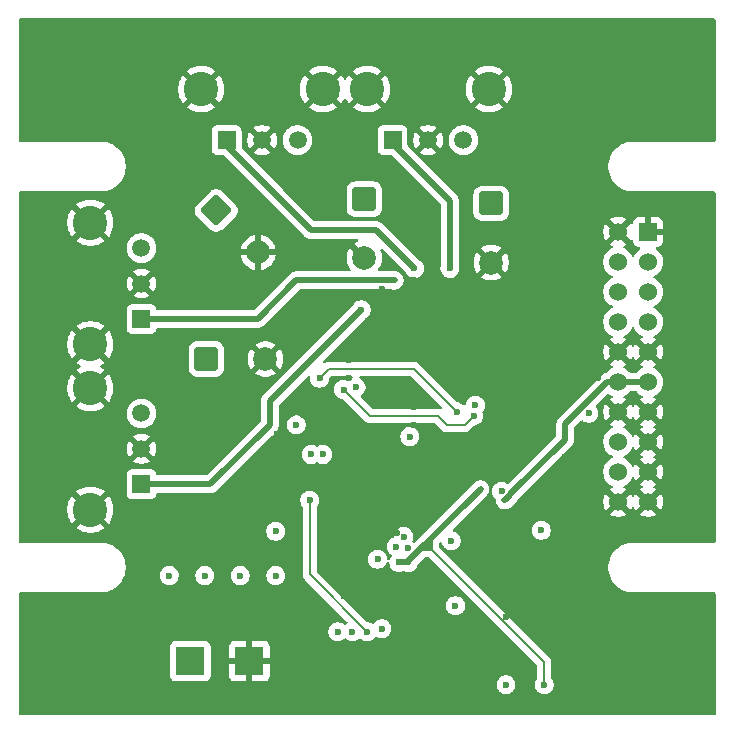
<source format=gbr>
%TF.GenerationSoftware,KiCad,Pcbnew,9.0.6*%
%TF.CreationDate,2026-02-27T09:44:11+00:00*%
%TF.ProjectId,KicadProject,4b696361-6450-4726-9f6a-6563742e6b69,rev?*%
%TF.SameCoordinates,Original*%
%TF.FileFunction,Copper,L3,Inr*%
%TF.FilePolarity,Positive*%
%FSLAX46Y46*%
G04 Gerber Fmt 4.6, Leading zero omitted, Abs format (unit mm)*
G04 Created by KiCad (PCBNEW 9.0.6) date 2026-02-27 09:44:11*
%MOMM*%
%LPD*%
G01*
G04 APERTURE LIST*
G04 Aperture macros list*
%AMRoundRect*
0 Rectangle with rounded corners*
0 $1 Rounding radius*
0 $2 $3 $4 $5 $6 $7 $8 $9 X,Y pos of 4 corners*
0 Add a 4 corners polygon primitive as box body*
4,1,4,$2,$3,$4,$5,$6,$7,$8,$9,$2,$3,0*
0 Add four circle primitives for the rounded corners*
1,1,$1+$1,$2,$3*
1,1,$1+$1,$4,$5*
1,1,$1+$1,$6,$7*
1,1,$1+$1,$8,$9*
0 Add four rect primitives between the rounded corners*
20,1,$1+$1,$2,$3,$4,$5,0*
20,1,$1+$1,$4,$5,$6,$7,0*
20,1,$1+$1,$6,$7,$8,$9,0*
20,1,$1+$1,$8,$9,$2,$3,0*%
G04 Aperture macros list end*
%TA.AperFunction,Conductor*%
%ADD10C,0.200000*%
%TD*%
%TA.AperFunction,ComponentPad*%
%ADD11R,1.520000X1.520000*%
%TD*%
%TA.AperFunction,ComponentPad*%
%ADD12C,1.520000*%
%TD*%
%TA.AperFunction,ComponentPad*%
%ADD13C,2.910000*%
%TD*%
%TA.AperFunction,ComponentPad*%
%ADD14RoundRect,0.250000X-0.750000X0.750000X-0.750000X-0.750000X0.750000X-0.750000X0.750000X0.750000X0*%
%TD*%
%TA.AperFunction,ComponentPad*%
%ADD15C,2.000000*%
%TD*%
%TA.AperFunction,ComponentPad*%
%ADD16RoundRect,0.250000X-1.060660X0.000000X0.000000X-1.060660X1.060660X0.000000X0.000000X1.060660X0*%
%TD*%
%TA.AperFunction,ComponentPad*%
%ADD17R,2.421300X2.421300*%
%TD*%
%TA.AperFunction,ComponentPad*%
%ADD18RoundRect,0.250000X-0.750000X-0.750000X0.750000X-0.750000X0.750000X0.750000X-0.750000X0.750000X0*%
%TD*%
%TA.AperFunction,ComponentPad*%
%ADD19R,1.524000X1.524000*%
%TD*%
%TA.AperFunction,ComponentPad*%
%ADD20C,1.524000*%
%TD*%
%TA.AperFunction,ViaPad*%
%ADD21C,0.600000*%
%TD*%
%TA.AperFunction,Conductor*%
%ADD22C,0.500000*%
%TD*%
G04 APERTURE END LIST*
D10*
%TO.N,5V_LOGIC*%
X195721093Y-111802503D02*
X194721093Y-111802503D01*
X195721093Y-110802503D01*
X195721093Y-111802503D01*
%TA.AperFunction,Conductor*%
G36*
X195721093Y-111802503D02*
G01*
X194721093Y-111802503D01*
X195721093Y-110802503D01*
X195721093Y-111802503D01*
G37*
%TD.AperFunction*%
%TD*%
D11*
%TO.N,Net-(J2-Pad1)*%
%TO.C,J2*%
X171134250Y-92274941D03*
D12*
%TO.N,GND*%
X171134250Y-89274941D03*
%TO.N,5v_SERVO*%
X171134250Y-86274941D03*
D13*
%TO.N,GND*%
X166814250Y-94424941D03*
X166814250Y-84124941D03*
%TD*%
D14*
%TO.N,5v_SERVO*%
%TO.C,C16*%
X190000000Y-82132323D03*
D15*
%TO.N,GND*%
X190000000Y-87132323D03*
%TD*%
D16*
%TO.N,5v_SERVO*%
%TO.C,C18*%
X177482233Y-83091386D03*
D15*
%TO.N,GND*%
X181017767Y-86626920D03*
%TD*%
D17*
%TO.N,Net-(J7-01)*%
%TO.C,J7*%
X175273500Y-121238650D03*
%TO.N,GND*%
X180273500Y-121238650D03*
%TD*%
D14*
%TO.N,5v_SERVO*%
%TO.C,C19*%
X200750000Y-82500000D03*
D15*
%TO.N,GND*%
X200750000Y-87500000D03*
%TD*%
D18*
%TO.N,5v_SERVO*%
%TO.C,C20*%
X176632323Y-95667505D03*
D15*
%TO.N,GND*%
X181632323Y-95667505D03*
%TD*%
D11*
%TO.N,Net-(J3-Pad1)*%
%TO.C,J3*%
X171134250Y-106274941D03*
D12*
%TO.N,GND*%
X171134250Y-103274941D03*
%TO.N,5v_SERVO*%
X171134250Y-100274941D03*
D13*
%TO.N,GND*%
X166814250Y-108424941D03*
X166814250Y-98124941D03*
%TD*%
D19*
%TO.N,GND*%
%TO.C,J5*%
X214030839Y-84906927D03*
D20*
X211490839Y-84906927D03*
%TO.N,5v_SERVO*%
X214030839Y-87446927D03*
X211490839Y-87446927D03*
X214030839Y-89986927D03*
X211490839Y-89986927D03*
X214030839Y-92526927D03*
X211490839Y-92526927D03*
%TO.N,GND*%
X214030839Y-95066927D03*
X211490839Y-95066927D03*
%TO.N,5V_LOGIC*%
X214030839Y-97606927D03*
X211490839Y-97606927D03*
%TO.N,GND*%
X214030839Y-100146927D03*
X211490839Y-100146927D03*
X214030839Y-102686927D03*
%TO.N,CAN_+*%
X211490839Y-102686927D03*
%TO.N,GND*%
X214030839Y-105226927D03*
%TO.N,CAN_-*%
X211490839Y-105226927D03*
%TO.N,GND*%
X214030839Y-107766927D03*
X211490839Y-107766927D03*
%TD*%
D11*
%TO.N,Net-(J4-Pad1)*%
%TO.C,J4*%
X192400000Y-77134250D03*
D12*
%TO.N,GND*%
X195400000Y-77134250D03*
%TO.N,5v_SERVO*%
X198400000Y-77134250D03*
D13*
%TO.N,GND*%
X190250000Y-72814250D03*
X200550000Y-72814250D03*
%TD*%
D11*
%TO.N,Net-(J6-Pad1)*%
%TO.C,J6*%
X178350000Y-77134250D03*
D12*
%TO.N,GND*%
X181350000Y-77134250D03*
%TO.N,5v_SERVO*%
X184350000Y-77134250D03*
D13*
%TO.N,GND*%
X176200000Y-72814250D03*
X186500000Y-72814250D03*
%TD*%
D21*
%TO.N,3.3V*%
X201625000Y-106875000D03*
X191500000Y-118500000D03*
X191126509Y-112623491D03*
X204985229Y-110164536D03*
X199411883Y-99575959D03*
X184250000Y-101250000D03*
X189305756Y-98055756D03*
X193862144Y-102230339D03*
X202000000Y-123250000D03*
X209000000Y-100250000D03*
X182500000Y-110250000D03*
%TO.N,GND*%
X187000000Y-123750000D03*
X197224236Y-117561607D03*
X188250000Y-107500000D03*
X204999595Y-116482473D03*
X203999318Y-117520423D03*
X212490839Y-76851110D03*
X206500000Y-78500000D03*
X186750000Y-107500000D03*
X201971093Y-117552503D03*
X191000000Y-93750000D03*
X168038179Y-81836679D03*
X209750000Y-97250000D03*
X204971093Y-117552503D03*
X201109471Y-100628118D03*
X210959303Y-77552150D03*
X212597667Y-81766927D03*
X185887411Y-102189886D03*
X186250000Y-111500000D03*
X210240839Y-113266927D03*
X207000000Y-93000000D03*
X193690634Y-111648161D03*
X168038179Y-115836679D03*
X194180256Y-89002069D03*
X192811476Y-110431785D03*
X192912410Y-116762723D03*
X183750000Y-115750000D03*
X194250000Y-101250000D03*
X189500000Y-87500000D03*
X188250000Y-115750000D03*
X203735229Y-110414536D03*
X201999595Y-116482473D03*
X202696912Y-97301156D03*
X198724236Y-117561607D03*
X182000000Y-107250000D03*
X212490839Y-110851110D03*
X166288179Y-76920862D03*
X170288179Y-113420862D03*
X214152932Y-110890056D03*
X214240839Y-115766927D03*
X176750000Y-103500000D03*
X207000000Y-104000000D03*
X194250000Y-99750000D03*
X191500000Y-89750000D03*
X182598900Y-102014899D03*
X186000000Y-91000000D03*
X188750000Y-97250000D03*
X210240839Y-79266927D03*
X204750000Y-77250000D03*
X197000000Y-124750000D03*
X186250000Y-113516374D03*
X181500000Y-90250000D03*
X167931351Y-110920862D03*
X188000000Y-77250000D03*
X169569715Y-115135639D03*
X193992643Y-115750654D03*
X205999595Y-116482473D03*
X202999595Y-116482473D03*
X166376086Y-81797733D03*
X209250000Y-101500000D03*
X204027820Y-116450393D03*
X183829748Y-99347243D03*
X178250000Y-102250000D03*
X192808819Y-115643034D03*
X195905529Y-89000000D03*
X205971093Y-117552503D03*
X195724236Y-117561607D03*
X166288179Y-110920862D03*
X194224236Y-117561607D03*
X180750000Y-100000000D03*
X166376086Y-115797733D03*
X185250000Y-106500000D03*
X203750000Y-91750000D03*
X184304832Y-111095320D03*
X210881410Y-80998933D03*
X198750000Y-103250000D03*
X170288179Y-79420862D03*
X210959303Y-111552150D03*
X202471093Y-111052503D03*
X169569715Y-81135639D03*
X188750000Y-95750000D03*
X205750000Y-106250000D03*
X212597667Y-115766927D03*
X210881410Y-114998933D03*
X207517398Y-97400522D03*
X199750000Y-95250000D03*
X172500000Y-104750000D03*
X178750000Y-107250000D03*
X214240839Y-81766927D03*
X192750000Y-118500000D03*
X169647608Y-111688856D03*
X214152932Y-76890056D03*
X203022174Y-94172636D03*
X201250000Y-91500000D03*
X202971093Y-117552503D03*
X169647608Y-77688856D03*
X168250000Y-96250000D03*
X190250000Y-106750000D03*
X208000000Y-79750000D03*
X197500000Y-96750000D03*
X193500000Y-123500000D03*
X190000000Y-112750000D03*
X167931351Y-76920862D03*
%TO.N,Net-(U3-VCC)*%
X197724236Y-116561607D03*
X193360868Y-110698238D03*
%TO.N,SCL*%
X197849607Y-100150393D03*
X186211980Y-97288020D03*
%TO.N,SWDIO*%
X189000000Y-118750000D03*
X186500000Y-103750000D03*
%TO.N,5V_LOGIC*%
X192724236Y-111561607D03*
X193735229Y-112889150D03*
X197374237Y-111061607D03*
X205250000Y-123250000D03*
X192927509Y-112889150D03*
%TO.N,Net-(J2-Pad1)*%
X176500000Y-114000000D03*
X192500000Y-89000000D03*
%TO.N,Net-(J4-Pad1)*%
X197250000Y-88000000D03*
X182500000Y-114000000D03*
%TO.N,Net-(J6-Pad1)*%
X194250000Y-88000000D03*
X179500000Y-114000000D03*
%TO.N,Net-(J3-Pad1)*%
X189750000Y-91500000D03*
X173500000Y-114000000D03*
%TO.N,SDA*%
X188250000Y-98250000D03*
X199250000Y-100500000D03*
%TO.N,NRST*%
X190250000Y-118750000D03*
X185375000Y-107625000D03*
%TO.N,SWCLK*%
X187750000Y-118750000D03*
X185500000Y-103750000D03*
%TD*%
D10*
%TO.N,SCL*%
X194199214Y-96500000D02*
X187000000Y-96500000D01*
X187000000Y-96500000D02*
X186211980Y-97288020D01*
X197849607Y-100150393D02*
X194199214Y-96500000D01*
D22*
%TO.N,5V_LOGIC*%
X207000000Y-102500000D02*
X202376000Y-107124000D01*
X199845093Y-106678503D02*
X193634446Y-112889150D01*
X202376000Y-107186075D02*
X201936075Y-107626000D01*
X210793130Y-97606927D02*
X210580998Y-97606927D01*
D10*
X195221093Y-111302503D02*
X193735229Y-112788367D01*
D22*
X210580998Y-97606927D02*
X207000000Y-101187925D01*
X202376000Y-107124000D02*
X202376000Y-107186075D01*
X201936075Y-107626000D02*
X201874000Y-107626000D01*
D10*
X205250000Y-123250000D02*
X205250000Y-121331410D01*
X203221093Y-119302503D02*
X195221093Y-111302503D01*
X205250000Y-121331410D02*
X202834295Y-118915705D01*
D22*
X207000000Y-101187925D02*
X207000000Y-102500000D01*
X193634446Y-112889150D02*
X192927509Y-112889150D01*
X211490839Y-97606927D02*
X214030839Y-97606927D01*
D10*
X193735229Y-112788367D02*
X193735229Y-112889150D01*
D22*
%TO.N,Net-(J2-Pad1)*%
X184250000Y-89000000D02*
X180975059Y-92274941D01*
X180975059Y-92274941D02*
X171134250Y-92274941D01*
X192575544Y-89000000D02*
X184250000Y-89000000D01*
%TO.N,Net-(J4-Pad1)*%
X197250000Y-82250000D02*
X192000000Y-77000000D01*
X197250000Y-88000000D02*
X197250000Y-82250000D01*
%TO.N,Net-(J6-Pad1)*%
X185500000Y-84750000D02*
X178350000Y-77600000D01*
X194250000Y-88000000D02*
X191000000Y-84750000D01*
X191000000Y-84750000D02*
X185500000Y-84750000D01*
%TO.N,Net-(J3-Pad1)*%
X189750000Y-91500000D02*
X182000000Y-99250000D01*
X176975059Y-106274941D02*
X171134250Y-106274941D01*
X182000000Y-99250000D02*
X182000000Y-101250000D01*
X182000000Y-101250000D02*
X176975059Y-106274941D01*
D10*
%TO.N,SDA*%
X198500000Y-101250000D02*
X199250000Y-100500000D01*
X196250000Y-100500000D02*
X197000000Y-101250000D01*
X190500000Y-100500000D02*
X196250000Y-100500000D01*
X197000000Y-101250000D02*
X198500000Y-101250000D01*
X188250000Y-98250000D02*
X190500000Y-100500000D01*
%TO.N,NRST*%
X185375000Y-113875000D02*
X185375000Y-107625000D01*
X190250000Y-118750000D02*
X185375000Y-113875000D01*
%TD*%
%TA.AperFunction,Conductor*%
%TO.N,GND*%
G36*
X213557458Y-105423008D02*
G01*
X213624337Y-105538847D01*
X213718919Y-105633429D01*
X213834758Y-105700308D01*
X213894896Y-105716421D01*
X213332122Y-106279195D01*
X213332122Y-106279196D01*
X213369406Y-106306285D01*
X213526721Y-106386442D01*
X213577517Y-106434417D01*
X213594312Y-106502238D01*
X213571774Y-106568373D01*
X213526721Y-106607412D01*
X213369403Y-106687570D01*
X213332122Y-106714656D01*
X213332121Y-106714657D01*
X213894897Y-107277431D01*
X213834758Y-107293546D01*
X213718919Y-107360425D01*
X213624337Y-107455007D01*
X213557458Y-107570846D01*
X213541343Y-107630984D01*
X212978569Y-107068209D01*
X212978568Y-107068210D01*
X212951482Y-107105491D01*
X212871324Y-107262809D01*
X212823349Y-107313605D01*
X212755528Y-107330400D01*
X212689393Y-107307862D01*
X212650354Y-107262809D01*
X212570197Y-107105494D01*
X212543107Y-107068210D01*
X211980333Y-107630984D01*
X211964220Y-107570846D01*
X211897341Y-107455007D01*
X211802759Y-107360425D01*
X211686920Y-107293546D01*
X211626781Y-107277431D01*
X212189555Y-106714658D01*
X212189554Y-106714657D01*
X212152271Y-106687568D01*
X211995507Y-106607692D01*
X211944711Y-106559717D01*
X211927916Y-106491896D01*
X211950454Y-106425761D01*
X211995506Y-106386723D01*
X212152533Y-106306714D01*
X212313303Y-106189908D01*
X212453820Y-106049391D01*
X212570626Y-105888621D01*
X212650635Y-105731594D01*
X212698608Y-105680799D01*
X212766429Y-105664004D01*
X212832564Y-105686541D01*
X212871604Y-105731595D01*
X212951480Y-105888359D01*
X212978569Y-105925642D01*
X212978570Y-105925643D01*
X213541343Y-105362869D01*
X213557458Y-105423008D01*
G37*
%TD.AperFunction*%
%TA.AperFunction,Conductor*%
G36*
X213557458Y-102883008D02*
G01*
X213624337Y-102998847D01*
X213718919Y-103093429D01*
X213834758Y-103160308D01*
X213894896Y-103176421D01*
X213332122Y-103739195D01*
X213332122Y-103739196D01*
X213369406Y-103766285D01*
X213526721Y-103846442D01*
X213577517Y-103894417D01*
X213594312Y-103962238D01*
X213571774Y-104028373D01*
X213526721Y-104067412D01*
X213369403Y-104147570D01*
X213332122Y-104174656D01*
X213332121Y-104174657D01*
X213894897Y-104737431D01*
X213834758Y-104753546D01*
X213718919Y-104820425D01*
X213624337Y-104915007D01*
X213557458Y-105030846D01*
X213541343Y-105090984D01*
X212978569Y-104528209D01*
X212978568Y-104528210D01*
X212951480Y-104565493D01*
X212871603Y-104722259D01*
X212823629Y-104773054D01*
X212755808Y-104789849D01*
X212689673Y-104767311D01*
X212650635Y-104722259D01*
X212570626Y-104565233D01*
X212453820Y-104404463D01*
X212313303Y-104263946D01*
X212152533Y-104147140D01*
X211996057Y-104067411D01*
X211945262Y-104019437D01*
X211928467Y-103951616D01*
X211951004Y-103885481D01*
X211996057Y-103846442D01*
X212152533Y-103766714D01*
X212313303Y-103649908D01*
X212453820Y-103509391D01*
X212570626Y-103348621D01*
X212650635Y-103191594D01*
X212698608Y-103140799D01*
X212766429Y-103124004D01*
X212832564Y-103146541D01*
X212871604Y-103191595D01*
X212951480Y-103348359D01*
X212978569Y-103385642D01*
X212978570Y-103385643D01*
X213541343Y-102822869D01*
X213557458Y-102883008D01*
G37*
%TD.AperFunction*%
%TA.AperFunction,Conductor*%
G36*
X213557458Y-100343008D02*
G01*
X213624337Y-100458847D01*
X213718919Y-100553429D01*
X213834758Y-100620308D01*
X213894896Y-100636421D01*
X213332122Y-101199195D01*
X213332122Y-101199196D01*
X213369406Y-101226285D01*
X213526721Y-101306442D01*
X213577517Y-101354417D01*
X213594312Y-101422238D01*
X213571774Y-101488373D01*
X213526721Y-101527412D01*
X213369403Y-101607570D01*
X213332122Y-101634656D01*
X213332121Y-101634657D01*
X213894897Y-102197431D01*
X213834758Y-102213546D01*
X213718919Y-102280425D01*
X213624337Y-102375007D01*
X213557458Y-102490846D01*
X213541343Y-102550984D01*
X212978569Y-101988209D01*
X212978568Y-101988210D01*
X212951480Y-102025493D01*
X212871603Y-102182259D01*
X212823629Y-102233054D01*
X212755808Y-102249849D01*
X212689673Y-102227311D01*
X212650635Y-102182259D01*
X212570626Y-102025233D01*
X212453820Y-101864463D01*
X212313303Y-101723946D01*
X212152533Y-101607140D01*
X211995506Y-101527130D01*
X211944711Y-101479156D01*
X211927916Y-101411335D01*
X211950453Y-101345200D01*
X211995508Y-101306161D01*
X212152261Y-101226291D01*
X212189555Y-101199195D01*
X211626781Y-100636421D01*
X211686920Y-100620308D01*
X211802759Y-100553429D01*
X211897341Y-100458847D01*
X211964220Y-100343008D01*
X211980334Y-100282869D01*
X212543107Y-100845642D01*
X212570201Y-100808352D01*
X212650354Y-100651044D01*
X212698328Y-100600248D01*
X212766149Y-100583453D01*
X212832284Y-100605990D01*
X212871324Y-100651044D01*
X212951480Y-100808359D01*
X212978569Y-100845642D01*
X212978570Y-100845643D01*
X213541343Y-100282869D01*
X213557458Y-100343008D01*
G37*
%TD.AperFunction*%
%TA.AperFunction,Conductor*%
G36*
X213019431Y-98377112D02*
G01*
X213052708Y-98408539D01*
X213067858Y-98429391D01*
X213208375Y-98569908D01*
X213369145Y-98686714D01*
X213526171Y-98766723D01*
X213576966Y-98814696D01*
X213593761Y-98882517D01*
X213571224Y-98948652D01*
X213526171Y-98987691D01*
X213369405Y-99067568D01*
X213332122Y-99094656D01*
X213332121Y-99094657D01*
X213894897Y-99657431D01*
X213834758Y-99673546D01*
X213718919Y-99740425D01*
X213624337Y-99835007D01*
X213557458Y-99950846D01*
X213541343Y-100010984D01*
X212978569Y-99448209D01*
X212978568Y-99448210D01*
X212951482Y-99485491D01*
X212871324Y-99642809D01*
X212823349Y-99693605D01*
X212755528Y-99710400D01*
X212689393Y-99687862D01*
X212650354Y-99642809D01*
X212570197Y-99485494D01*
X212543107Y-99448210D01*
X211980333Y-100010984D01*
X211964220Y-99950846D01*
X211897341Y-99835007D01*
X211802759Y-99740425D01*
X211686920Y-99673546D01*
X211626781Y-99657431D01*
X212189555Y-99094658D01*
X212189554Y-99094657D01*
X212152271Y-99067568D01*
X211995507Y-98987692D01*
X211944711Y-98939717D01*
X211927916Y-98871896D01*
X211950454Y-98805761D01*
X211995506Y-98766723D01*
X212152533Y-98686714D01*
X212313303Y-98569908D01*
X212453820Y-98429391D01*
X212468968Y-98408540D01*
X212524299Y-98365876D01*
X212569286Y-98357427D01*
X212952392Y-98357427D01*
X213019431Y-98377112D01*
G37*
%TD.AperFunction*%
%TA.AperFunction,Conductor*%
G36*
X213557458Y-95263008D02*
G01*
X213624337Y-95378847D01*
X213718919Y-95473429D01*
X213834758Y-95540308D01*
X213894896Y-95556421D01*
X213332122Y-96119195D01*
X213332122Y-96119196D01*
X213369406Y-96146285D01*
X213526170Y-96226161D01*
X213576966Y-96274136D01*
X213593761Y-96341957D01*
X213571223Y-96408092D01*
X213526170Y-96447131D01*
X213369144Y-96527140D01*
X213208372Y-96643948D01*
X213067859Y-96784461D01*
X213052710Y-96805313D01*
X212997379Y-96847978D01*
X212952392Y-96856427D01*
X212569286Y-96856427D01*
X212502247Y-96836742D01*
X212468968Y-96805313D01*
X212453820Y-96784463D01*
X212313303Y-96643946D01*
X212152533Y-96527140D01*
X211995506Y-96447130D01*
X211944711Y-96399156D01*
X211927916Y-96331335D01*
X211950453Y-96265200D01*
X211995508Y-96226161D01*
X212152261Y-96146291D01*
X212189555Y-96119195D01*
X211626781Y-95556421D01*
X211686920Y-95540308D01*
X211802759Y-95473429D01*
X211897341Y-95378847D01*
X211964220Y-95263008D01*
X211980334Y-95202869D01*
X212543107Y-95765642D01*
X212570201Y-95728352D01*
X212650354Y-95571044D01*
X212698328Y-95520248D01*
X212766149Y-95503453D01*
X212832284Y-95525990D01*
X212871324Y-95571044D01*
X212951480Y-95728359D01*
X212978569Y-95765642D01*
X212978570Y-95765643D01*
X213541343Y-95202869D01*
X213557458Y-95263008D01*
G37*
%TD.AperFunction*%
%TA.AperFunction,Conductor*%
G36*
X212832285Y-92987092D02*
G01*
X212871323Y-93032145D01*
X212951052Y-93188621D01*
X213067858Y-93349391D01*
X213208375Y-93489908D01*
X213369145Y-93606714D01*
X213526171Y-93686723D01*
X213576966Y-93734696D01*
X213593761Y-93802517D01*
X213571224Y-93868652D01*
X213526171Y-93907691D01*
X213369405Y-93987568D01*
X213332122Y-94014656D01*
X213332121Y-94014657D01*
X213894897Y-94577431D01*
X213834758Y-94593546D01*
X213718919Y-94660425D01*
X213624337Y-94755007D01*
X213557458Y-94870846D01*
X213541343Y-94930984D01*
X212978569Y-94368209D01*
X212978568Y-94368210D01*
X212951482Y-94405491D01*
X212871324Y-94562809D01*
X212823349Y-94613605D01*
X212755528Y-94630400D01*
X212689393Y-94607862D01*
X212650354Y-94562809D01*
X212570197Y-94405494D01*
X212543107Y-94368210D01*
X211980333Y-94930984D01*
X211964220Y-94870846D01*
X211897341Y-94755007D01*
X211802759Y-94660425D01*
X211686920Y-94593546D01*
X211626781Y-94577431D01*
X212189555Y-94014658D01*
X212189554Y-94014657D01*
X212152271Y-93987568D01*
X211995507Y-93907692D01*
X211944711Y-93859717D01*
X211927916Y-93791896D01*
X211950454Y-93725761D01*
X211995506Y-93686723D01*
X212152533Y-93606714D01*
X212313303Y-93489908D01*
X212453820Y-93349391D01*
X212570626Y-93188621D01*
X212650354Y-93032145D01*
X212698329Y-92981350D01*
X212766150Y-92964555D01*
X212832285Y-92987092D01*
G37*
%TD.AperFunction*%
%TA.AperFunction,Conductor*%
G36*
X212543107Y-85605642D02*
G01*
X212544522Y-85603696D01*
X212599852Y-85561031D01*
X212669466Y-85555053D01*
X212731260Y-85587660D01*
X212765617Y-85648499D01*
X212768839Y-85676583D01*
X212768839Y-85716771D01*
X212775240Y-85776299D01*
X212775242Y-85776306D01*
X212825484Y-85911013D01*
X212825488Y-85911020D01*
X212911648Y-86026114D01*
X212911651Y-86026117D01*
X213026745Y-86112277D01*
X213026752Y-86112281D01*
X213161459Y-86162523D01*
X213161466Y-86162525D01*
X213220994Y-86168926D01*
X213221011Y-86168927D01*
X213260329Y-86168927D01*
X213327368Y-86188612D01*
X213373123Y-86241416D01*
X213383067Y-86310574D01*
X213354042Y-86374130D01*
X213333214Y-86393245D01*
X213208378Y-86483943D01*
X213208372Y-86483948D01*
X213067860Y-86624460D01*
X212951052Y-86785232D01*
X212871324Y-86941707D01*
X212823349Y-86992503D01*
X212755528Y-87009298D01*
X212689393Y-86986760D01*
X212650354Y-86941707D01*
X212570625Y-86785232D01*
X212551425Y-86758805D01*
X212453820Y-86624463D01*
X212313303Y-86483946D01*
X212152533Y-86367140D01*
X211995506Y-86287130D01*
X211944711Y-86239156D01*
X211927916Y-86171335D01*
X211950453Y-86105200D01*
X211995508Y-86066161D01*
X212152261Y-85986291D01*
X212189555Y-85959195D01*
X211626781Y-85396421D01*
X211686920Y-85380308D01*
X211802759Y-85313429D01*
X211897341Y-85218847D01*
X211964220Y-85103008D01*
X211980334Y-85042869D01*
X212543107Y-85605642D01*
G37*
%TD.AperFunction*%
%TA.AperFunction,Conductor*%
G36*
X193966156Y-97120185D02*
G01*
X193986798Y-97136819D01*
X196576133Y-99726154D01*
X196609618Y-99787477D01*
X196604634Y-99857169D01*
X196562762Y-99913102D01*
X196497298Y-99937519D01*
X196456359Y-99933610D01*
X196329057Y-99899499D01*
X196170943Y-99899499D01*
X196163347Y-99899499D01*
X196163331Y-99899500D01*
X190800098Y-99899500D01*
X190733059Y-99879815D01*
X190712417Y-99863181D01*
X190290231Y-99440995D01*
X189749482Y-98900247D01*
X189715998Y-98838925D01*
X189720982Y-98769234D01*
X189762854Y-98713300D01*
X189768258Y-98709474D01*
X189816045Y-98677545D01*
X189927545Y-98566045D01*
X190015150Y-98434935D01*
X190075493Y-98289253D01*
X190106256Y-98134598D01*
X190106256Y-97976914D01*
X190106256Y-97976911D01*
X190106255Y-97976909D01*
X190091467Y-97902564D01*
X190075493Y-97822259D01*
X190065572Y-97798308D01*
X190015153Y-97676583D01*
X190015146Y-97676570D01*
X189927545Y-97545467D01*
X189927542Y-97545463D01*
X189816048Y-97433969D01*
X189816044Y-97433966D01*
X189684941Y-97346365D01*
X189684928Y-97346358D01*
X189667310Y-97339061D01*
X189612906Y-97295220D01*
X189590841Y-97228926D01*
X189608120Y-97161227D01*
X189659257Y-97113616D01*
X189714762Y-97100500D01*
X193899117Y-97100500D01*
X193966156Y-97120185D01*
G37*
%TD.AperFunction*%
%TA.AperFunction,Conductor*%
G36*
X219682869Y-66856894D02*
G01*
X219728624Y-66909698D01*
X219739830Y-66961209D01*
X219739830Y-77141646D01*
X219720145Y-77208685D01*
X219667341Y-77254440D01*
X219615830Y-77265646D01*
X212814123Y-77265646D01*
X212813813Y-77265554D01*
X212624992Y-77265550D01*
X212624991Y-77265550D01*
X212624987Y-77265550D01*
X212351982Y-77301484D01*
X212241430Y-77331103D01*
X212086002Y-77372745D01*
X212085991Y-77372749D01*
X211831609Y-77478110D01*
X211831593Y-77478118D01*
X211593131Y-77615787D01*
X211593128Y-77615789D01*
X211374671Y-77783410D01*
X211374662Y-77783418D01*
X211179963Y-77978113D01*
X211179953Y-77978124D01*
X211012329Y-78196568D01*
X211012324Y-78196575D01*
X210874645Y-78435039D01*
X210874644Y-78435041D01*
X210873926Y-78436774D01*
X210769265Y-78689442D01*
X210697996Y-78955419D01*
X210662054Y-79228412D01*
X210662054Y-79503787D01*
X210697996Y-79776780D01*
X210697997Y-79776784D01*
X210769266Y-80042760D01*
X210874644Y-80297159D01*
X210877475Y-80302062D01*
X211012324Y-80535624D01*
X211012329Y-80535631D01*
X211179953Y-80754075D01*
X211179963Y-80754086D01*
X211374662Y-80948781D01*
X211374671Y-80948789D01*
X211593128Y-81116410D01*
X211593131Y-81116412D01*
X211597058Y-81118679D01*
X211831601Y-81254086D01*
X212086003Y-81359455D01*
X212351982Y-81430716D01*
X212624987Y-81466650D01*
X212762663Y-81466646D01*
X212762668Y-81466646D01*
X219615830Y-81466646D01*
X219682869Y-81486331D01*
X219728624Y-81539135D01*
X219739830Y-81590646D01*
X219739830Y-111082772D01*
X219720145Y-111149811D01*
X219667341Y-111195566D01*
X219615830Y-111206772D01*
X212828535Y-111206772D01*
X212828528Y-111206770D01*
X212762636Y-111206772D01*
X212689239Y-111206772D01*
X212688347Y-111206829D01*
X212624966Y-111206831D01*
X212351985Y-111242778D01*
X212351977Y-111242780D01*
X212086031Y-111314047D01*
X212086029Y-111314047D01*
X212086028Y-111314048D01*
X211831651Y-111419422D01*
X211831648Y-111419423D01*
X211831647Y-111419424D01*
X211831641Y-111419427D01*
X211593194Y-111557101D01*
X211374774Y-111724708D01*
X211374762Y-111724718D01*
X211180081Y-111919404D01*
X211180076Y-111919410D01*
X211012464Y-112137849D01*
X211012460Y-112137856D01*
X210874793Y-112376308D01*
X210825748Y-112494717D01*
X210769427Y-112630691D01*
X210698166Y-112896642D01*
X210662228Y-113169629D01*
X210662228Y-113444970D01*
X210698166Y-113717957D01*
X210765683Y-113969934D01*
X210769428Y-113983911D01*
X210874793Y-114238292D01*
X211012460Y-114476744D01*
X211012462Y-114476746D01*
X211012464Y-114476750D01*
X211180076Y-114695189D01*
X211180081Y-114695195D01*
X211326262Y-114841380D01*
X211374765Y-114889884D01*
X211374772Y-114889889D01*
X211374774Y-114889891D01*
X211593194Y-115057498D01*
X211593198Y-115057500D01*
X211593203Y-115057504D01*
X211831651Y-115195178D01*
X212086028Y-115300552D01*
X212351984Y-115371821D01*
X212624966Y-115407768D01*
X212696751Y-115407770D01*
X212696759Y-115407772D01*
X212762636Y-115407772D01*
X212828528Y-115407774D01*
X212828531Y-115407772D01*
X212837151Y-115407773D01*
X212837180Y-115407772D01*
X219615830Y-115407772D01*
X219682869Y-115427457D01*
X219728624Y-115480261D01*
X219739830Y-115531772D01*
X219739830Y-125712209D01*
X219720145Y-125779248D01*
X219667341Y-125825003D01*
X219615830Y-125836209D01*
X160864830Y-125836209D01*
X160797791Y-125816524D01*
X160752036Y-125763720D01*
X160740830Y-125712209D01*
X160740830Y-123171153D01*
X201199500Y-123171153D01*
X201199500Y-123328846D01*
X201230261Y-123483489D01*
X201230264Y-123483501D01*
X201290602Y-123629172D01*
X201290609Y-123629185D01*
X201378210Y-123760288D01*
X201378213Y-123760292D01*
X201489707Y-123871786D01*
X201489711Y-123871789D01*
X201620814Y-123959390D01*
X201620827Y-123959397D01*
X201766498Y-124019735D01*
X201766503Y-124019737D01*
X201921153Y-124050499D01*
X201921156Y-124050500D01*
X201921158Y-124050500D01*
X202078844Y-124050500D01*
X202078845Y-124050499D01*
X202233497Y-124019737D01*
X202379179Y-123959394D01*
X202510289Y-123871789D01*
X202621789Y-123760289D01*
X202709394Y-123629179D01*
X202769737Y-123483497D01*
X202800500Y-123328842D01*
X202800500Y-123171158D01*
X202800500Y-123171155D01*
X202800499Y-123171153D01*
X202769738Y-123016510D01*
X202769737Y-123016503D01*
X202741901Y-122949300D01*
X202709397Y-122870827D01*
X202709390Y-122870814D01*
X202621789Y-122739711D01*
X202621786Y-122739707D01*
X202510292Y-122628213D01*
X202510288Y-122628210D01*
X202379185Y-122540609D01*
X202379172Y-122540602D01*
X202233501Y-122480264D01*
X202233489Y-122480261D01*
X202078845Y-122449500D01*
X202078842Y-122449500D01*
X201921158Y-122449500D01*
X201921155Y-122449500D01*
X201766510Y-122480261D01*
X201766498Y-122480264D01*
X201620827Y-122540602D01*
X201620814Y-122540609D01*
X201489711Y-122628210D01*
X201489707Y-122628213D01*
X201378213Y-122739707D01*
X201378210Y-122739711D01*
X201290609Y-122870814D01*
X201290602Y-122870827D01*
X201230264Y-123016498D01*
X201230261Y-123016510D01*
X201199500Y-123171153D01*
X160740830Y-123171153D01*
X160740830Y-119980135D01*
X173562350Y-119980135D01*
X173562350Y-122497170D01*
X173562351Y-122497176D01*
X173568758Y-122556783D01*
X173619052Y-122691628D01*
X173619056Y-122691635D01*
X173705302Y-122806844D01*
X173705305Y-122806847D01*
X173820514Y-122893093D01*
X173820521Y-122893097D01*
X173955367Y-122943391D01*
X173955366Y-122943391D01*
X173962294Y-122944135D01*
X174014977Y-122949800D01*
X176532022Y-122949799D01*
X176591633Y-122943391D01*
X176726481Y-122893096D01*
X176841696Y-122806846D01*
X176927946Y-122691631D01*
X176978241Y-122556783D01*
X176984650Y-122497173D01*
X176984649Y-121159158D01*
X176984649Y-119980155D01*
X178562850Y-119980155D01*
X178562850Y-120988650D01*
X179503455Y-120988650D01*
X179497417Y-121003228D01*
X179466400Y-121159158D01*
X179466400Y-121318142D01*
X179497417Y-121474072D01*
X179503455Y-121488650D01*
X178562850Y-121488650D01*
X178562850Y-122497144D01*
X178569251Y-122556672D01*
X178569253Y-122556679D01*
X178619495Y-122691386D01*
X178619499Y-122691393D01*
X178705659Y-122806487D01*
X178705662Y-122806490D01*
X178820756Y-122892650D01*
X178820763Y-122892654D01*
X178955470Y-122942896D01*
X178955477Y-122942898D01*
X179015005Y-122949299D01*
X179015022Y-122949300D01*
X180023500Y-122949300D01*
X180023500Y-122008694D01*
X180038078Y-122014733D01*
X180194008Y-122045750D01*
X180352992Y-122045750D01*
X180508922Y-122014733D01*
X180523500Y-122008694D01*
X180523500Y-122949300D01*
X181531978Y-122949300D01*
X181531994Y-122949299D01*
X181591522Y-122942898D01*
X181591529Y-122942896D01*
X181726236Y-122892654D01*
X181726243Y-122892650D01*
X181841337Y-122806490D01*
X181841340Y-122806487D01*
X181927500Y-122691393D01*
X181927504Y-122691386D01*
X181977746Y-122556679D01*
X181977748Y-122556672D01*
X181984149Y-122497144D01*
X181984150Y-122497127D01*
X181984150Y-121488650D01*
X181043545Y-121488650D01*
X181049583Y-121474072D01*
X181080600Y-121318142D01*
X181080600Y-121159158D01*
X181049583Y-121003228D01*
X181043545Y-120988650D01*
X181984150Y-120988650D01*
X181984150Y-119980172D01*
X181984149Y-119980155D01*
X181977748Y-119920627D01*
X181977746Y-119920620D01*
X181927504Y-119785913D01*
X181927500Y-119785906D01*
X181841340Y-119670812D01*
X181841337Y-119670809D01*
X181726243Y-119584649D01*
X181726236Y-119584645D01*
X181591529Y-119534403D01*
X181591522Y-119534401D01*
X181531994Y-119528000D01*
X180523500Y-119528000D01*
X180523500Y-120468605D01*
X180508922Y-120462567D01*
X180352992Y-120431550D01*
X180194008Y-120431550D01*
X180038078Y-120462567D01*
X180023500Y-120468605D01*
X180023500Y-119528000D01*
X179015005Y-119528000D01*
X178955477Y-119534401D01*
X178955470Y-119534403D01*
X178820763Y-119584645D01*
X178820756Y-119584649D01*
X178705662Y-119670809D01*
X178705659Y-119670812D01*
X178619499Y-119785906D01*
X178619495Y-119785913D01*
X178569253Y-119920620D01*
X178569251Y-119920627D01*
X178562850Y-119980155D01*
X176984649Y-119980155D01*
X176984649Y-119980129D01*
X176984648Y-119980123D01*
X176984647Y-119980116D01*
X176978241Y-119920517D01*
X176928034Y-119785906D01*
X176927947Y-119785671D01*
X176927943Y-119785664D01*
X176841697Y-119670455D01*
X176841694Y-119670452D01*
X176726485Y-119584206D01*
X176726478Y-119584202D01*
X176591632Y-119533908D01*
X176591633Y-119533908D01*
X176532033Y-119527501D01*
X176532031Y-119527500D01*
X176532023Y-119527500D01*
X176532014Y-119527500D01*
X174014979Y-119527500D01*
X174014973Y-119527501D01*
X173955366Y-119533908D01*
X173820521Y-119584202D01*
X173820514Y-119584206D01*
X173705305Y-119670452D01*
X173705302Y-119670455D01*
X173619056Y-119785664D01*
X173619052Y-119785671D01*
X173568758Y-119920517D01*
X173562351Y-119980116D01*
X173562351Y-119980123D01*
X173562350Y-119980135D01*
X160740830Y-119980135D01*
X160740830Y-115531772D01*
X160760515Y-115464733D01*
X160813319Y-115418978D01*
X160864830Y-115407772D01*
X167666561Y-115407772D01*
X167666741Y-115407825D01*
X167717981Y-115407827D01*
X167717981Y-115407828D01*
X167855661Y-115407835D01*
X168128669Y-115371908D01*
X168128678Y-115371905D01*
X168128681Y-115371905D01*
X168394644Y-115300654D01*
X168394644Y-115300653D01*
X168394651Y-115300652D01*
X168589876Y-115219796D01*
X168649048Y-115195290D01*
X168649048Y-115195289D01*
X168649057Y-115195286D01*
X168887532Y-115057614D01*
X169105997Y-114889992D01*
X169300713Y-114695288D01*
X169357113Y-114621789D01*
X169468337Y-114476846D01*
X169468340Y-114476841D01*
X169468347Y-114476832D01*
X169606033Y-114238365D01*
X169711413Y-113983965D01*
X169728244Y-113921153D01*
X172699500Y-113921153D01*
X172699500Y-114078846D01*
X172730261Y-114233489D01*
X172730264Y-114233501D01*
X172790602Y-114379172D01*
X172790609Y-114379185D01*
X172878210Y-114510288D01*
X172878213Y-114510292D01*
X172989707Y-114621786D01*
X172989711Y-114621789D01*
X173120814Y-114709390D01*
X173120827Y-114709397D01*
X173266498Y-114769735D01*
X173266503Y-114769737D01*
X173421153Y-114800499D01*
X173421156Y-114800500D01*
X173421158Y-114800500D01*
X173578844Y-114800500D01*
X173578845Y-114800499D01*
X173733497Y-114769737D01*
X173846166Y-114723067D01*
X173879172Y-114709397D01*
X173879172Y-114709396D01*
X173879179Y-114709394D01*
X174010289Y-114621789D01*
X174121789Y-114510289D01*
X174209394Y-114379179D01*
X174269737Y-114233497D01*
X174300500Y-114078842D01*
X174300500Y-113921158D01*
X174300500Y-113921155D01*
X174300499Y-113921153D01*
X175699500Y-113921153D01*
X175699500Y-114078846D01*
X175730261Y-114233489D01*
X175730264Y-114233501D01*
X175790602Y-114379172D01*
X175790609Y-114379185D01*
X175878210Y-114510288D01*
X175878213Y-114510292D01*
X175989707Y-114621786D01*
X175989711Y-114621789D01*
X176120814Y-114709390D01*
X176120827Y-114709397D01*
X176266498Y-114769735D01*
X176266503Y-114769737D01*
X176421153Y-114800499D01*
X176421156Y-114800500D01*
X176421158Y-114800500D01*
X176578844Y-114800500D01*
X176578845Y-114800499D01*
X176733497Y-114769737D01*
X176846166Y-114723067D01*
X176879172Y-114709397D01*
X176879172Y-114709396D01*
X176879179Y-114709394D01*
X177010289Y-114621789D01*
X177121789Y-114510289D01*
X177209394Y-114379179D01*
X177269737Y-114233497D01*
X177300500Y-114078842D01*
X177300500Y-113921158D01*
X177300500Y-113921155D01*
X177300499Y-113921153D01*
X178699500Y-113921153D01*
X178699500Y-114078846D01*
X178730261Y-114233489D01*
X178730264Y-114233501D01*
X178790602Y-114379172D01*
X178790609Y-114379185D01*
X178878210Y-114510288D01*
X178878213Y-114510292D01*
X178989707Y-114621786D01*
X178989711Y-114621789D01*
X179120814Y-114709390D01*
X179120827Y-114709397D01*
X179266498Y-114769735D01*
X179266503Y-114769737D01*
X179421153Y-114800499D01*
X179421156Y-114800500D01*
X179421158Y-114800500D01*
X179578844Y-114800500D01*
X179578845Y-114800499D01*
X179733497Y-114769737D01*
X179846166Y-114723067D01*
X179879172Y-114709397D01*
X179879172Y-114709396D01*
X179879179Y-114709394D01*
X180010289Y-114621789D01*
X180121789Y-114510289D01*
X180209394Y-114379179D01*
X180269737Y-114233497D01*
X180300500Y-114078842D01*
X180300500Y-113921158D01*
X180300500Y-113921155D01*
X180300499Y-113921153D01*
X181699500Y-113921153D01*
X181699500Y-114078846D01*
X181730261Y-114233489D01*
X181730264Y-114233501D01*
X181790602Y-114379172D01*
X181790609Y-114379185D01*
X181878210Y-114510288D01*
X181878213Y-114510292D01*
X181989707Y-114621786D01*
X181989711Y-114621789D01*
X182120814Y-114709390D01*
X182120827Y-114709397D01*
X182266498Y-114769735D01*
X182266503Y-114769737D01*
X182421153Y-114800499D01*
X182421156Y-114800500D01*
X182421158Y-114800500D01*
X182578844Y-114800500D01*
X182578845Y-114800499D01*
X182733497Y-114769737D01*
X182846166Y-114723067D01*
X182879172Y-114709397D01*
X182879172Y-114709396D01*
X182879179Y-114709394D01*
X183010289Y-114621789D01*
X183121789Y-114510289D01*
X183209394Y-114379179D01*
X183269737Y-114233497D01*
X183300500Y-114078842D01*
X183300500Y-113921158D01*
X183300500Y-113921155D01*
X183300499Y-113921153D01*
X183274082Y-113788348D01*
X183269737Y-113766503D01*
X183237904Y-113689650D01*
X183209397Y-113620827D01*
X183209390Y-113620814D01*
X183121789Y-113489711D01*
X183121786Y-113489707D01*
X183010292Y-113378213D01*
X183010288Y-113378210D01*
X182879185Y-113290609D01*
X182879172Y-113290602D01*
X182733501Y-113230264D01*
X182733489Y-113230261D01*
X182578845Y-113199500D01*
X182578842Y-113199500D01*
X182421158Y-113199500D01*
X182421155Y-113199500D01*
X182266510Y-113230261D01*
X182266498Y-113230264D01*
X182120827Y-113290602D01*
X182120814Y-113290609D01*
X181989711Y-113378210D01*
X181989707Y-113378213D01*
X181878213Y-113489707D01*
X181878210Y-113489711D01*
X181790609Y-113620814D01*
X181790602Y-113620827D01*
X181730264Y-113766498D01*
X181730261Y-113766510D01*
X181699500Y-113921153D01*
X180300499Y-113921153D01*
X180274082Y-113788348D01*
X180269737Y-113766503D01*
X180237904Y-113689650D01*
X180209397Y-113620827D01*
X180209390Y-113620814D01*
X180121789Y-113489711D01*
X180121786Y-113489707D01*
X180010292Y-113378213D01*
X180010288Y-113378210D01*
X179879185Y-113290609D01*
X179879172Y-113290602D01*
X179733501Y-113230264D01*
X179733489Y-113230261D01*
X179578845Y-113199500D01*
X179578842Y-113199500D01*
X179421158Y-113199500D01*
X179421155Y-113199500D01*
X179266510Y-113230261D01*
X179266498Y-113230264D01*
X179120827Y-113290602D01*
X179120814Y-113290609D01*
X178989711Y-113378210D01*
X178989707Y-113378213D01*
X178878213Y-113489707D01*
X178878210Y-113489711D01*
X178790609Y-113620814D01*
X178790602Y-113620827D01*
X178730264Y-113766498D01*
X178730261Y-113766510D01*
X178699500Y-113921153D01*
X177300499Y-113921153D01*
X177274082Y-113788348D01*
X177269737Y-113766503D01*
X177237904Y-113689650D01*
X177209397Y-113620827D01*
X177209390Y-113620814D01*
X177121789Y-113489711D01*
X177121786Y-113489707D01*
X177010292Y-113378213D01*
X177010288Y-113378210D01*
X176879185Y-113290609D01*
X176879172Y-113290602D01*
X176733501Y-113230264D01*
X176733489Y-113230261D01*
X176578845Y-113199500D01*
X176578842Y-113199500D01*
X176421158Y-113199500D01*
X176421155Y-113199500D01*
X176266510Y-113230261D01*
X176266498Y-113230264D01*
X176120827Y-113290602D01*
X176120814Y-113290609D01*
X175989711Y-113378210D01*
X175989707Y-113378213D01*
X175878213Y-113489707D01*
X175878210Y-113489711D01*
X175790609Y-113620814D01*
X175790602Y-113620827D01*
X175730264Y-113766498D01*
X175730261Y-113766510D01*
X175699500Y-113921153D01*
X174300499Y-113921153D01*
X174274082Y-113788348D01*
X174269737Y-113766503D01*
X174237904Y-113689650D01*
X174209397Y-113620827D01*
X174209390Y-113620814D01*
X174121789Y-113489711D01*
X174121786Y-113489707D01*
X174010292Y-113378213D01*
X174010288Y-113378210D01*
X173879185Y-113290609D01*
X173879172Y-113290602D01*
X173733501Y-113230264D01*
X173733489Y-113230261D01*
X173578845Y-113199500D01*
X173578842Y-113199500D01*
X173421158Y-113199500D01*
X173421155Y-113199500D01*
X173266510Y-113230261D01*
X173266498Y-113230264D01*
X173120827Y-113290602D01*
X173120814Y-113290609D01*
X172989711Y-113378210D01*
X172989707Y-113378213D01*
X172878213Y-113489707D01*
X172878210Y-113489711D01*
X172790609Y-113620814D01*
X172790602Y-113620827D01*
X172730264Y-113766498D01*
X172730261Y-113766510D01*
X172699500Y-113921153D01*
X169728244Y-113921153D01*
X169782684Y-113717987D01*
X169818628Y-113444981D01*
X169818628Y-113169620D01*
X169782685Y-112896614D01*
X169774953Y-112867761D01*
X169715190Y-112644731D01*
X169711413Y-112630636D01*
X169675795Y-112544649D01*
X169606039Y-112376248D01*
X169606031Y-112376233D01*
X169468348Y-112137769D01*
X169468345Y-112137765D01*
X169468338Y-112137754D01*
X169300721Y-111919321D01*
X169300720Y-111919320D01*
X169300717Y-111919317D01*
X169300714Y-111919313D01*
X169105998Y-111724609D01*
X169105993Y-111724605D01*
X169105992Y-111724604D01*
X168887536Y-111556987D01*
X168686262Y-111440792D01*
X168649058Y-111419314D01*
X168649056Y-111419313D01*
X168649054Y-111419312D01*
X168649050Y-111419310D01*
X168394646Y-111313946D01*
X168128682Y-111242694D01*
X168128671Y-111242692D01*
X167855666Y-111206765D01*
X167855663Y-111206765D01*
X167717982Y-111206772D01*
X160864830Y-111206772D01*
X160797791Y-111187087D01*
X160752036Y-111134283D01*
X160740830Y-111082772D01*
X160740830Y-108296803D01*
X164859250Y-108296803D01*
X164859250Y-108553078D01*
X164892698Y-108807150D01*
X164892701Y-108807163D01*
X164959029Y-109054706D01*
X165057099Y-109291467D01*
X165057101Y-109291471D01*
X165185239Y-109513410D01*
X165185240Y-109513411D01*
X165266424Y-109619212D01*
X165802786Y-109082849D01*
X165895128Y-109209946D01*
X166029245Y-109344063D01*
X166156339Y-109436402D01*
X165619977Y-109972764D01*
X165619977Y-109972765D01*
X165725779Y-110053950D01*
X165725780Y-110053951D01*
X165947719Y-110182089D01*
X165947723Y-110182091D01*
X166184484Y-110280161D01*
X166432027Y-110346489D01*
X166432040Y-110346492D01*
X166686112Y-110379941D01*
X166942388Y-110379941D01*
X167196459Y-110346492D01*
X167196472Y-110346489D01*
X167444015Y-110280161D01*
X167680776Y-110182091D01*
X167680787Y-110182086D01*
X167699723Y-110171153D01*
X181699500Y-110171153D01*
X181699500Y-110328846D01*
X181730261Y-110483489D01*
X181730264Y-110483501D01*
X181790602Y-110629172D01*
X181790609Y-110629185D01*
X181878210Y-110760288D01*
X181878213Y-110760292D01*
X181989707Y-110871786D01*
X181989711Y-110871789D01*
X182120814Y-110959390D01*
X182120827Y-110959397D01*
X182245955Y-111011226D01*
X182266503Y-111019737D01*
X182421153Y-111050499D01*
X182421156Y-111050500D01*
X182421158Y-111050500D01*
X182578844Y-111050500D01*
X182578845Y-111050499D01*
X182733497Y-111019737D01*
X182879179Y-110959394D01*
X183010289Y-110871789D01*
X183121789Y-110760289D01*
X183209394Y-110629179D01*
X183213448Y-110619393D01*
X183241646Y-110551314D01*
X183269737Y-110483497D01*
X183300500Y-110328842D01*
X183300500Y-110171158D01*
X183300500Y-110171155D01*
X183300499Y-110171153D01*
X183281661Y-110076448D01*
X183269737Y-110016503D01*
X183258282Y-109988847D01*
X183209397Y-109870827D01*
X183209390Y-109870814D01*
X183121789Y-109739711D01*
X183121786Y-109739707D01*
X183010292Y-109628213D01*
X183010288Y-109628210D01*
X182879185Y-109540609D01*
X182879172Y-109540602D01*
X182733501Y-109480264D01*
X182733489Y-109480261D01*
X182578845Y-109449500D01*
X182578842Y-109449500D01*
X182421158Y-109449500D01*
X182421155Y-109449500D01*
X182266510Y-109480261D01*
X182266498Y-109480264D01*
X182120827Y-109540602D01*
X182120814Y-109540609D01*
X181989711Y-109628210D01*
X181989707Y-109628213D01*
X181878213Y-109739707D01*
X181878210Y-109739711D01*
X181790609Y-109870814D01*
X181790602Y-109870827D01*
X181730264Y-110016498D01*
X181730261Y-110016510D01*
X181699500Y-110171153D01*
X167699723Y-110171153D01*
X167896265Y-110057679D01*
X167902726Y-110053948D01*
X168008521Y-109972767D01*
X168008521Y-109972764D01*
X167472159Y-109436403D01*
X167599255Y-109344063D01*
X167733372Y-109209946D01*
X167825712Y-109082851D01*
X168362073Y-109619212D01*
X168362076Y-109619212D01*
X168443255Y-109513420D01*
X168571398Y-109291471D01*
X168571400Y-109291467D01*
X168669470Y-109054706D01*
X168735798Y-108807163D01*
X168735801Y-108807150D01*
X168769250Y-108553078D01*
X168769250Y-108296803D01*
X168735801Y-108042731D01*
X168735798Y-108042718D01*
X168669470Y-107795175D01*
X168571400Y-107558414D01*
X168571398Y-107558410D01*
X168564321Y-107546153D01*
X184574500Y-107546153D01*
X184574500Y-107703846D01*
X184605261Y-107858489D01*
X184605264Y-107858501D01*
X184665602Y-108004172D01*
X184665609Y-108004185D01*
X184753602Y-108135874D01*
X184774480Y-108202551D01*
X184774500Y-108204765D01*
X184774500Y-113788330D01*
X184774499Y-113788348D01*
X184774499Y-113954054D01*
X184774498Y-113954054D01*
X184815423Y-114106785D01*
X184844358Y-114156900D01*
X184844359Y-114156904D01*
X184844360Y-114156904D01*
X184891347Y-114238290D01*
X184894479Y-114243714D01*
X184894481Y-114243717D01*
X185013349Y-114362585D01*
X185013355Y-114362590D01*
X188556272Y-117905507D01*
X188563973Y-117919612D01*
X188575663Y-117930645D01*
X188580375Y-117949648D01*
X188589757Y-117966830D01*
X188588610Y-117982860D01*
X188592479Y-117998461D01*
X188586169Y-118016993D01*
X188584773Y-118036522D01*
X188574887Y-118050132D01*
X188569961Y-118064603D01*
X188550797Y-118083299D01*
X188545735Y-118090269D01*
X188541718Y-118093460D01*
X188489711Y-118128211D01*
X188457685Y-118160236D01*
X188452144Y-118164640D01*
X188426064Y-118175234D01*
X188401358Y-118188725D01*
X188394127Y-118188207D01*
X188387412Y-118190936D01*
X188359746Y-118185749D01*
X188331666Y-118183741D01*
X188324512Y-118179143D01*
X188318739Y-118178061D01*
X188310013Y-118169825D01*
X188287319Y-118155240D01*
X188260292Y-118128213D01*
X188260288Y-118128210D01*
X188129185Y-118040609D01*
X188129172Y-118040602D01*
X187983501Y-117980264D01*
X187983489Y-117980261D01*
X187828845Y-117949500D01*
X187828842Y-117949500D01*
X187671158Y-117949500D01*
X187671155Y-117949500D01*
X187516510Y-117980261D01*
X187516498Y-117980264D01*
X187370827Y-118040602D01*
X187370814Y-118040609D01*
X187239711Y-118128210D01*
X187239707Y-118128213D01*
X187128213Y-118239707D01*
X187128210Y-118239711D01*
X187040609Y-118370814D01*
X187040602Y-118370827D01*
X186980264Y-118516498D01*
X186980261Y-118516510D01*
X186949500Y-118671153D01*
X186949500Y-118828846D01*
X186980261Y-118983489D01*
X186980264Y-118983501D01*
X187040602Y-119129172D01*
X187040609Y-119129185D01*
X187128210Y-119260288D01*
X187128213Y-119260292D01*
X187239707Y-119371786D01*
X187239711Y-119371789D01*
X187370814Y-119459390D01*
X187370827Y-119459397D01*
X187516498Y-119519735D01*
X187516503Y-119519737D01*
X187671153Y-119550499D01*
X187671156Y-119550500D01*
X187671158Y-119550500D01*
X187828844Y-119550500D01*
X187828845Y-119550499D01*
X187983497Y-119519737D01*
X188129179Y-119459394D01*
X188260289Y-119371789D01*
X188260292Y-119371786D01*
X188287319Y-119344760D01*
X188348642Y-119311275D01*
X188418334Y-119316259D01*
X188462681Y-119344760D01*
X188489707Y-119371786D01*
X188489711Y-119371789D01*
X188620814Y-119459390D01*
X188620827Y-119459397D01*
X188766498Y-119519735D01*
X188766503Y-119519737D01*
X188921153Y-119550499D01*
X188921156Y-119550500D01*
X188921158Y-119550500D01*
X189078844Y-119550500D01*
X189078845Y-119550499D01*
X189233497Y-119519737D01*
X189379179Y-119459394D01*
X189510289Y-119371789D01*
X189510292Y-119371786D01*
X189537319Y-119344760D01*
X189598642Y-119311275D01*
X189668334Y-119316259D01*
X189712681Y-119344760D01*
X189739707Y-119371786D01*
X189739711Y-119371789D01*
X189870814Y-119459390D01*
X189870827Y-119459397D01*
X190016498Y-119519735D01*
X190016503Y-119519737D01*
X190171153Y-119550499D01*
X190171156Y-119550500D01*
X190171158Y-119550500D01*
X190328844Y-119550500D01*
X190328845Y-119550499D01*
X190483497Y-119519737D01*
X190629179Y-119459394D01*
X190760289Y-119371789D01*
X190871789Y-119260289D01*
X190903274Y-119213167D01*
X190956884Y-119168363D01*
X191026209Y-119159654D01*
X191075267Y-119178956D01*
X191120821Y-119209394D01*
X191120823Y-119209395D01*
X191120827Y-119209397D01*
X191266498Y-119269735D01*
X191266503Y-119269737D01*
X191421153Y-119300499D01*
X191421156Y-119300500D01*
X191421158Y-119300500D01*
X191578844Y-119300500D01*
X191578845Y-119300499D01*
X191733497Y-119269737D01*
X191879179Y-119209394D01*
X192010289Y-119121789D01*
X192121789Y-119010289D01*
X192209394Y-118879179D01*
X192269737Y-118733497D01*
X192300500Y-118578842D01*
X192300500Y-118421158D01*
X192300500Y-118421155D01*
X192300499Y-118421153D01*
X192269738Y-118266510D01*
X192269737Y-118266503D01*
X192260630Y-118244516D01*
X192209397Y-118120827D01*
X192209390Y-118120814D01*
X192121789Y-117989711D01*
X192121786Y-117989707D01*
X192010292Y-117878213D01*
X192010288Y-117878210D01*
X191879185Y-117790609D01*
X191879172Y-117790602D01*
X191733501Y-117730264D01*
X191733489Y-117730261D01*
X191578845Y-117699500D01*
X191578842Y-117699500D01*
X191421158Y-117699500D01*
X191421155Y-117699500D01*
X191266510Y-117730261D01*
X191266498Y-117730264D01*
X191120827Y-117790602D01*
X191120814Y-117790609D01*
X190989711Y-117878210D01*
X190989707Y-117878213D01*
X190878213Y-117989707D01*
X190878210Y-117989711D01*
X190846725Y-118036832D01*
X190793112Y-118081637D01*
X190723787Y-118090344D01*
X190674732Y-118071043D01*
X190629185Y-118040609D01*
X190629172Y-118040602D01*
X190483501Y-117980264D01*
X190483491Y-117980261D01*
X190328149Y-117949361D01*
X190266238Y-117916976D01*
X190264660Y-117915425D01*
X188831995Y-116482760D01*
X196923736Y-116482760D01*
X196923736Y-116640453D01*
X196954497Y-116795096D01*
X196954500Y-116795108D01*
X197014838Y-116940779D01*
X197014845Y-116940792D01*
X197102446Y-117071895D01*
X197102449Y-117071899D01*
X197213943Y-117183393D01*
X197213947Y-117183396D01*
X197345050Y-117270997D01*
X197345063Y-117271004D01*
X197490734Y-117331342D01*
X197490739Y-117331344D01*
X197645389Y-117362106D01*
X197645392Y-117362107D01*
X197645394Y-117362107D01*
X197803080Y-117362107D01*
X197803081Y-117362106D01*
X197957733Y-117331344D01*
X198103415Y-117271001D01*
X198234525Y-117183396D01*
X198346025Y-117071896D01*
X198433630Y-116940786D01*
X198493973Y-116795104D01*
X198524736Y-116640449D01*
X198524736Y-116482765D01*
X198524736Y-116482762D01*
X198524735Y-116482760D01*
X198493974Y-116328117D01*
X198493973Y-116328110D01*
X198493971Y-116328105D01*
X198433633Y-116182434D01*
X198433626Y-116182421D01*
X198346025Y-116051318D01*
X198346022Y-116051314D01*
X198234528Y-115939820D01*
X198234524Y-115939817D01*
X198103421Y-115852216D01*
X198103408Y-115852209D01*
X197957737Y-115791871D01*
X197957725Y-115791868D01*
X197803081Y-115761107D01*
X197803078Y-115761107D01*
X197645394Y-115761107D01*
X197645391Y-115761107D01*
X197490746Y-115791868D01*
X197490734Y-115791871D01*
X197345063Y-115852209D01*
X197345050Y-115852216D01*
X197213947Y-115939817D01*
X197213943Y-115939820D01*
X197102449Y-116051314D01*
X197102446Y-116051318D01*
X197014845Y-116182421D01*
X197014838Y-116182434D01*
X196954500Y-116328105D01*
X196954497Y-116328117D01*
X196923736Y-116482760D01*
X188831995Y-116482760D01*
X186011819Y-113662584D01*
X185978334Y-113601261D01*
X185975500Y-113574903D01*
X185975500Y-112544644D01*
X190326009Y-112544644D01*
X190326009Y-112702337D01*
X190356770Y-112856980D01*
X190356773Y-112856992D01*
X190417111Y-113002663D01*
X190417118Y-113002676D01*
X190504719Y-113133779D01*
X190504722Y-113133783D01*
X190616216Y-113245277D01*
X190616220Y-113245280D01*
X190747323Y-113332881D01*
X190747336Y-113332888D01*
X190856755Y-113378210D01*
X190893012Y-113393228D01*
X191047662Y-113423990D01*
X191047665Y-113423991D01*
X191047667Y-113423991D01*
X191205353Y-113423991D01*
X191205354Y-113423990D01*
X191360006Y-113393228D01*
X191505688Y-113332885D01*
X191636798Y-113245280D01*
X191748298Y-113133780D01*
X191835903Y-113002670D01*
X191888448Y-112875813D01*
X191932288Y-112821410D01*
X191998582Y-112799345D01*
X192066282Y-112816624D01*
X192113893Y-112867761D01*
X192127009Y-112923266D01*
X192127009Y-112967996D01*
X192157770Y-113122639D01*
X192157773Y-113122651D01*
X192218111Y-113268322D01*
X192218118Y-113268335D01*
X192305719Y-113399438D01*
X192305722Y-113399442D01*
X192417216Y-113510936D01*
X192417220Y-113510939D01*
X192548323Y-113598540D01*
X192548336Y-113598547D01*
X192647569Y-113639650D01*
X192694012Y-113658887D01*
X192848662Y-113689649D01*
X192848665Y-113689650D01*
X192848667Y-113689650D01*
X193006353Y-113689650D01*
X193006354Y-113689649D01*
X193082661Y-113674470D01*
X193160997Y-113658889D01*
X193160998Y-113658888D01*
X193161006Y-113658887D01*
X193184664Y-113649087D01*
X193192838Y-113647461D01*
X193197178Y-113644673D01*
X193232113Y-113639650D01*
X193430625Y-113639650D01*
X193478073Y-113649087D01*
X193501732Y-113658887D01*
X193501737Y-113658888D01*
X193501740Y-113658889D01*
X193656382Y-113689649D01*
X193656385Y-113689650D01*
X193656387Y-113689650D01*
X193814073Y-113689650D01*
X193814074Y-113689649D01*
X193968726Y-113658887D01*
X194114408Y-113598544D01*
X194245518Y-113510939D01*
X194357018Y-113399439D01*
X194444623Y-113268329D01*
X194504966Y-113122647D01*
X194508217Y-113106299D01*
X194540598Y-113044391D01*
X194542093Y-113042869D01*
X195140642Y-112444322D01*
X195167569Y-112429618D01*
X195193388Y-112413026D01*
X195199588Y-112412134D01*
X195201965Y-112410837D01*
X195228323Y-112408003D01*
X195425996Y-112408003D01*
X195493035Y-112427688D01*
X195513677Y-112444322D01*
X204613181Y-121543826D01*
X204646666Y-121605149D01*
X204649500Y-121631507D01*
X204649500Y-122670234D01*
X204629815Y-122737273D01*
X204628602Y-122739125D01*
X204540609Y-122870814D01*
X204540602Y-122870827D01*
X204480264Y-123016498D01*
X204480261Y-123016510D01*
X204449500Y-123171153D01*
X204449500Y-123328846D01*
X204480261Y-123483489D01*
X204480264Y-123483501D01*
X204540602Y-123629172D01*
X204540609Y-123629185D01*
X204628210Y-123760288D01*
X204628213Y-123760292D01*
X204739707Y-123871786D01*
X204739711Y-123871789D01*
X204870814Y-123959390D01*
X204870827Y-123959397D01*
X205016498Y-124019735D01*
X205016503Y-124019737D01*
X205171153Y-124050499D01*
X205171156Y-124050500D01*
X205171158Y-124050500D01*
X205328844Y-124050500D01*
X205328845Y-124050499D01*
X205483497Y-124019737D01*
X205629179Y-123959394D01*
X205760289Y-123871789D01*
X205871789Y-123760289D01*
X205959394Y-123629179D01*
X206019737Y-123483497D01*
X206050500Y-123328842D01*
X206050500Y-123171158D01*
X206050500Y-123171155D01*
X206050499Y-123171153D01*
X206019738Y-123016510D01*
X206019737Y-123016503D01*
X205991901Y-122949300D01*
X205959397Y-122870827D01*
X205959390Y-122870814D01*
X205871398Y-122739125D01*
X205850520Y-122672447D01*
X205850500Y-122670234D01*
X205850500Y-121420470D01*
X205850501Y-121420457D01*
X205850501Y-121252354D01*
X205809576Y-121099624D01*
X205809573Y-121099619D01*
X205730524Y-120962700D01*
X205730518Y-120962692D01*
X203203011Y-118435186D01*
X196362912Y-111595087D01*
X196329427Y-111533764D01*
X196326593Y-111507406D01*
X196326593Y-111309732D01*
X196335237Y-111280292D01*
X196341760Y-111250307D01*
X196345515Y-111245289D01*
X196346278Y-111242693D01*
X196362905Y-111222057D01*
X196388259Y-111196703D01*
X196449578Y-111163220D01*
X196519269Y-111168203D01*
X196575204Y-111210074D01*
X196597555Y-111260193D01*
X196604498Y-111295099D01*
X196604501Y-111295108D01*
X196664839Y-111440779D01*
X196664846Y-111440792D01*
X196752447Y-111571895D01*
X196752450Y-111571899D01*
X196863944Y-111683393D01*
X196863948Y-111683396D01*
X196995051Y-111770997D01*
X196995064Y-111771004D01*
X197120574Y-111822991D01*
X197140740Y-111831344D01*
X197253392Y-111853752D01*
X197295390Y-111862106D01*
X197295393Y-111862107D01*
X197295395Y-111862107D01*
X197453081Y-111862107D01*
X197453082Y-111862106D01*
X197607734Y-111831344D01*
X197753416Y-111771001D01*
X197884526Y-111683396D01*
X197996026Y-111571896D01*
X198083631Y-111440786D01*
X198143974Y-111295104D01*
X198174737Y-111140449D01*
X198174737Y-110982765D01*
X198174737Y-110982762D01*
X198174736Y-110982760D01*
X198152662Y-110871789D01*
X198143974Y-110828110D01*
X198126665Y-110786322D01*
X198083634Y-110682434D01*
X198083627Y-110682421D01*
X197996026Y-110551318D01*
X197996023Y-110551314D01*
X197884529Y-110439820D01*
X197884525Y-110439817D01*
X197753422Y-110352216D01*
X197753409Y-110352209D01*
X197607738Y-110291871D01*
X197607729Y-110291868D01*
X197572823Y-110284925D01*
X197563818Y-110280214D01*
X197553682Y-110279490D01*
X197533381Y-110264293D01*
X197510912Y-110252539D01*
X197505882Y-110243707D01*
X197497749Y-110237618D01*
X197488888Y-110213861D01*
X197476339Y-110191823D01*
X197476883Y-110181674D01*
X197473332Y-110172154D01*
X197478722Y-110147375D01*
X197480080Y-110122053D01*
X197486419Y-110111992D01*
X197488184Y-110103881D01*
X197501802Y-110085689D01*
X204184729Y-110085689D01*
X204184729Y-110243382D01*
X204215490Y-110398025D01*
X204215493Y-110398037D01*
X204275831Y-110543708D01*
X204275838Y-110543721D01*
X204363439Y-110674824D01*
X204363442Y-110674828D01*
X204474936Y-110786322D01*
X204474940Y-110786325D01*
X204606043Y-110873926D01*
X204606056Y-110873933D01*
X204751727Y-110934271D01*
X204751732Y-110934273D01*
X204878003Y-110959390D01*
X204906382Y-110965035D01*
X204906385Y-110965036D01*
X204906387Y-110965036D01*
X205064073Y-110965036D01*
X205064074Y-110965035D01*
X205218726Y-110934273D01*
X205364408Y-110873930D01*
X205495518Y-110786325D01*
X205607018Y-110674825D01*
X205694623Y-110543715D01*
X205754966Y-110398033D01*
X205785729Y-110243378D01*
X205785729Y-110085694D01*
X205785729Y-110085691D01*
X205785728Y-110085689D01*
X205763266Y-109972765D01*
X205754966Y-109931039D01*
X205753914Y-109928499D01*
X205694626Y-109785363D01*
X205694619Y-109785350D01*
X205607018Y-109654247D01*
X205607015Y-109654243D01*
X205495521Y-109542749D01*
X205495517Y-109542746D01*
X205364414Y-109455145D01*
X205364401Y-109455138D01*
X205218730Y-109394800D01*
X205218718Y-109394797D01*
X205064074Y-109364036D01*
X205064071Y-109364036D01*
X204906387Y-109364036D01*
X204906384Y-109364036D01*
X204751739Y-109394797D01*
X204751727Y-109394800D01*
X204606056Y-109455138D01*
X204606043Y-109455145D01*
X204474940Y-109542746D01*
X204474936Y-109542749D01*
X204363442Y-109654243D01*
X204363439Y-109654247D01*
X204275838Y-109785350D01*
X204275831Y-109785363D01*
X204215493Y-109931034D01*
X204215490Y-109931046D01*
X204184729Y-110085689D01*
X197501802Y-110085689D01*
X197509332Y-110075630D01*
X200428044Y-107156919D01*
X200510177Y-107033998D01*
X200513722Y-107025441D01*
X200566751Y-106897416D01*
X200566752Y-106897410D01*
X200572711Y-106867456D01*
X200586893Y-106796158D01*
X200824500Y-106796158D01*
X200824500Y-106867456D01*
X200824500Y-106953846D01*
X200855261Y-107108489D01*
X200855264Y-107108501D01*
X200915602Y-107254172D01*
X200915609Y-107254185D01*
X201003209Y-107385287D01*
X201003210Y-107385288D01*
X201003211Y-107385289D01*
X201087182Y-107469260D01*
X201120666Y-107530581D01*
X201123500Y-107556940D01*
X201123500Y-107699918D01*
X201123500Y-107699920D01*
X201123499Y-107699920D01*
X201152340Y-107844907D01*
X201152343Y-107844917D01*
X201208912Y-107981488D01*
X201208919Y-107981501D01*
X201291048Y-108104415D01*
X201291051Y-108104419D01*
X201395580Y-108208948D01*
X201395584Y-108208951D01*
X201518498Y-108291080D01*
X201518511Y-108291087D01*
X201612710Y-108330105D01*
X201655087Y-108347658D01*
X201655091Y-108347658D01*
X201655092Y-108347659D01*
X201800079Y-108376500D01*
X201800082Y-108376500D01*
X202009995Y-108376500D01*
X202107537Y-108357096D01*
X202154988Y-108347658D01*
X202223279Y-108319371D01*
X202291566Y-108291086D01*
X202291567Y-108291085D01*
X202291570Y-108291084D01*
X202352307Y-108250501D01*
X202414491Y-108208952D01*
X202958952Y-107664491D01*
X203038018Y-107546158D01*
X203041084Y-107541570D01*
X203046695Y-107528022D01*
X203073574Y-107487792D01*
X207582952Y-102978415D01*
X207610205Y-102937627D01*
X207665084Y-102855495D01*
X207688518Y-102798920D01*
X207721659Y-102718912D01*
X207741324Y-102620047D01*
X207750500Y-102573919D01*
X207750500Y-101550154D01*
X207770185Y-101483115D01*
X207786815Y-101462477D01*
X208350490Y-100898801D01*
X208411811Y-100865318D01*
X208481502Y-100870302D01*
X208507060Y-100883382D01*
X208620814Y-100959390D01*
X208620827Y-100959397D01*
X208758683Y-101016498D01*
X208766503Y-101019737D01*
X208921153Y-101050499D01*
X208921156Y-101050500D01*
X208921158Y-101050500D01*
X209078844Y-101050500D01*
X209078845Y-101050499D01*
X209233497Y-101019737D01*
X209379179Y-100959394D01*
X209510289Y-100871789D01*
X209621789Y-100760289D01*
X209709394Y-100629179D01*
X209713069Y-100620308D01*
X209740770Y-100553429D01*
X209769737Y-100483497D01*
X209800500Y-100328842D01*
X209800500Y-100171158D01*
X209800500Y-100171155D01*
X209800499Y-100171153D01*
X209779767Y-100066924D01*
X209769738Y-100016510D01*
X209769737Y-100016503D01*
X209746602Y-99960649D01*
X209709397Y-99870827D01*
X209709390Y-99870814D01*
X209633382Y-99757060D01*
X209612504Y-99690382D01*
X209630989Y-99623002D01*
X209648799Y-99600492D01*
X210599866Y-98649425D01*
X210661187Y-98615942D01*
X210730879Y-98620926D01*
X210760427Y-98636787D01*
X210829145Y-98686714D01*
X210986171Y-98766723D01*
X211036966Y-98814696D01*
X211053761Y-98882517D01*
X211031224Y-98948652D01*
X210986171Y-98987691D01*
X210829405Y-99067568D01*
X210792122Y-99094656D01*
X210792121Y-99094657D01*
X211354897Y-99657431D01*
X211294758Y-99673546D01*
X211178919Y-99740425D01*
X211084337Y-99835007D01*
X211017458Y-99950846D01*
X211001343Y-100010984D01*
X210438569Y-99448209D01*
X210438568Y-99448210D01*
X210411482Y-99485491D01*
X210321296Y-99662489D01*
X210259914Y-99851403D01*
X210259914Y-99851406D01*
X210228839Y-100047605D01*
X210228839Y-100246248D01*
X210259914Y-100442447D01*
X210259914Y-100442450D01*
X210321296Y-100631364D01*
X210411480Y-100808359D01*
X210438569Y-100845642D01*
X210438570Y-100845643D01*
X211001343Y-100282869D01*
X211017458Y-100343008D01*
X211084337Y-100458847D01*
X211178919Y-100553429D01*
X211294758Y-100620308D01*
X211354896Y-100636421D01*
X210792122Y-101199195D01*
X210792122Y-101199196D01*
X210829406Y-101226285D01*
X210986170Y-101306161D01*
X211036966Y-101354136D01*
X211053761Y-101421957D01*
X211031223Y-101488092D01*
X210986170Y-101527131D01*
X210829144Y-101607140D01*
X210668372Y-101723948D01*
X210527860Y-101864460D01*
X210411052Y-102025232D01*
X210320833Y-102202294D01*
X210320832Y-102202297D01*
X210259426Y-102391289D01*
X210228339Y-102587566D01*
X210228339Y-102786287D01*
X210259426Y-102982564D01*
X210320832Y-103171556D01*
X210320833Y-103171559D01*
X210355557Y-103239707D01*
X210411052Y-103348621D01*
X210527858Y-103509391D01*
X210668375Y-103649908D01*
X210829145Y-103766714D01*
X210947671Y-103827106D01*
X210985619Y-103846442D01*
X211036415Y-103894417D01*
X211053210Y-103962238D01*
X211030672Y-104028373D01*
X210985619Y-104067412D01*
X210829144Y-104147140D01*
X210668372Y-104263948D01*
X210527860Y-104404460D01*
X210411052Y-104565232D01*
X210320833Y-104742294D01*
X210320832Y-104742297D01*
X210259426Y-104931289D01*
X210228339Y-105127566D01*
X210228339Y-105326287D01*
X210259426Y-105522564D01*
X210320832Y-105711556D01*
X210320833Y-105711559D01*
X210410915Y-105888352D01*
X210411052Y-105888621D01*
X210527858Y-106049391D01*
X210668375Y-106189908D01*
X210829145Y-106306714D01*
X210986171Y-106386723D01*
X211036966Y-106434696D01*
X211053761Y-106502517D01*
X211031224Y-106568652D01*
X210986171Y-106607691D01*
X210829405Y-106687568D01*
X210792122Y-106714656D01*
X210792121Y-106714657D01*
X211354897Y-107277431D01*
X211294758Y-107293546D01*
X211178919Y-107360425D01*
X211084337Y-107455007D01*
X211017458Y-107570846D01*
X211001343Y-107630984D01*
X210438569Y-107068209D01*
X210438568Y-107068210D01*
X210411482Y-107105491D01*
X210321296Y-107282489D01*
X210259914Y-107471403D01*
X210259914Y-107471406D01*
X210228839Y-107667605D01*
X210228839Y-107866248D01*
X210259914Y-108062447D01*
X210259914Y-108062450D01*
X210321296Y-108251364D01*
X210411480Y-108428359D01*
X210438569Y-108465642D01*
X210438570Y-108465643D01*
X211001343Y-107902869D01*
X211017458Y-107963008D01*
X211084337Y-108078847D01*
X211178919Y-108173429D01*
X211294758Y-108240308D01*
X211354896Y-108256421D01*
X210792122Y-108819195D01*
X210792122Y-108819196D01*
X210829406Y-108846285D01*
X211006401Y-108936469D01*
X211195316Y-108997851D01*
X211391518Y-109028927D01*
X211590160Y-109028927D01*
X211786359Y-108997851D01*
X211786362Y-108997851D01*
X211975276Y-108936469D01*
X212152264Y-108846289D01*
X212189555Y-108819195D01*
X211626781Y-108256421D01*
X211686920Y-108240308D01*
X211802759Y-108173429D01*
X211897341Y-108078847D01*
X211964220Y-107963008D01*
X211980334Y-107902869D01*
X212543107Y-108465642D01*
X212570201Y-108428352D01*
X212650354Y-108271044D01*
X212698328Y-108220248D01*
X212766149Y-108203453D01*
X212832284Y-108225990D01*
X212871324Y-108271044D01*
X212951480Y-108428359D01*
X212978569Y-108465642D01*
X212978570Y-108465643D01*
X213541343Y-107902869D01*
X213557458Y-107963008D01*
X213624337Y-108078847D01*
X213718919Y-108173429D01*
X213834758Y-108240308D01*
X213894896Y-108256421D01*
X213332122Y-108819195D01*
X213332122Y-108819196D01*
X213369406Y-108846285D01*
X213546401Y-108936469D01*
X213735316Y-108997851D01*
X213931518Y-109028927D01*
X214130160Y-109028927D01*
X214326359Y-108997851D01*
X214326362Y-108997851D01*
X214515276Y-108936469D01*
X214692264Y-108846289D01*
X214729555Y-108819195D01*
X214166781Y-108256421D01*
X214226920Y-108240308D01*
X214342759Y-108173429D01*
X214437341Y-108078847D01*
X214504220Y-107963008D01*
X214520334Y-107902869D01*
X215083107Y-108465642D01*
X215110201Y-108428352D01*
X215200381Y-108251364D01*
X215261763Y-108062450D01*
X215261763Y-108062447D01*
X215292839Y-107866248D01*
X215292839Y-107667605D01*
X215261763Y-107471406D01*
X215261763Y-107471403D01*
X215200381Y-107282489D01*
X215110197Y-107105494D01*
X215083107Y-107068210D01*
X214520333Y-107630984D01*
X214504220Y-107570846D01*
X214437341Y-107455007D01*
X214342759Y-107360425D01*
X214226920Y-107293546D01*
X214166781Y-107277431D01*
X214729555Y-106714658D01*
X214729554Y-106714657D01*
X214692271Y-106687568D01*
X214534956Y-106607412D01*
X214484160Y-106559437D01*
X214467365Y-106491616D01*
X214489902Y-106425481D01*
X214534956Y-106386442D01*
X214692264Y-106306289D01*
X214729555Y-106279195D01*
X214166781Y-105716421D01*
X214226920Y-105700308D01*
X214342759Y-105633429D01*
X214437341Y-105538847D01*
X214504220Y-105423008D01*
X214520334Y-105362869D01*
X215083107Y-105925642D01*
X215110201Y-105888352D01*
X215200381Y-105711364D01*
X215261763Y-105522450D01*
X215261763Y-105522447D01*
X215292839Y-105326248D01*
X215292839Y-105127605D01*
X215261763Y-104931406D01*
X215261763Y-104931403D01*
X215200381Y-104742489D01*
X215110197Y-104565494D01*
X215083107Y-104528210D01*
X214520333Y-105090984D01*
X214504220Y-105030846D01*
X214437341Y-104915007D01*
X214342759Y-104820425D01*
X214226920Y-104753546D01*
X214166781Y-104737431D01*
X214729555Y-104174658D01*
X214729554Y-104174657D01*
X214692271Y-104147568D01*
X214534956Y-104067412D01*
X214484160Y-104019437D01*
X214467365Y-103951616D01*
X214489902Y-103885481D01*
X214534956Y-103846442D01*
X214692264Y-103766289D01*
X214729555Y-103739195D01*
X214166781Y-103176421D01*
X214226920Y-103160308D01*
X214342759Y-103093429D01*
X214437341Y-102998847D01*
X214504220Y-102883008D01*
X214520334Y-102822869D01*
X215083107Y-103385642D01*
X215110201Y-103348352D01*
X215200381Y-103171364D01*
X215261763Y-102982450D01*
X215261763Y-102982447D01*
X215292839Y-102786248D01*
X215292839Y-102587605D01*
X215261763Y-102391406D01*
X215261763Y-102391403D01*
X215200381Y-102202489D01*
X215110197Y-102025494D01*
X215083107Y-101988210D01*
X214520333Y-102550984D01*
X214504220Y-102490846D01*
X214437341Y-102375007D01*
X214342759Y-102280425D01*
X214226920Y-102213546D01*
X214166781Y-102197431D01*
X214729555Y-101634658D01*
X214729554Y-101634657D01*
X214692271Y-101607568D01*
X214534956Y-101527412D01*
X214484160Y-101479437D01*
X214467365Y-101411616D01*
X214489902Y-101345481D01*
X214534956Y-101306442D01*
X214692264Y-101226289D01*
X214729555Y-101199195D01*
X214166781Y-100636421D01*
X214226920Y-100620308D01*
X214342759Y-100553429D01*
X214437341Y-100458847D01*
X214504220Y-100343008D01*
X214520334Y-100282869D01*
X215083107Y-100845642D01*
X215110201Y-100808352D01*
X215200381Y-100631364D01*
X215261763Y-100442450D01*
X215261763Y-100442447D01*
X215292839Y-100246248D01*
X215292839Y-100047605D01*
X215261763Y-99851406D01*
X215261763Y-99851403D01*
X215200381Y-99662489D01*
X215110197Y-99485494D01*
X215083107Y-99448210D01*
X214520333Y-100010984D01*
X214504220Y-99950846D01*
X214437341Y-99835007D01*
X214342759Y-99740425D01*
X214226920Y-99673546D01*
X214166781Y-99657431D01*
X214729555Y-99094658D01*
X214729554Y-99094657D01*
X214692271Y-99067568D01*
X214535507Y-98987692D01*
X214484711Y-98939717D01*
X214467916Y-98871896D01*
X214490454Y-98805761D01*
X214535506Y-98766723D01*
X214692533Y-98686714D01*
X214853303Y-98569908D01*
X214993820Y-98429391D01*
X215110626Y-98268621D01*
X215200844Y-98091559D01*
X215262252Y-97902563D01*
X215293339Y-97706288D01*
X215293339Y-97507566D01*
X215262252Y-97311291D01*
X215222837Y-97189983D01*
X215200845Y-97122297D01*
X215200844Y-97122294D01*
X215142722Y-97008224D01*
X215110626Y-96945233D01*
X214993820Y-96784463D01*
X214853303Y-96643946D01*
X214692533Y-96527140D01*
X214535506Y-96447130D01*
X214484711Y-96399156D01*
X214467916Y-96331335D01*
X214490453Y-96265200D01*
X214535508Y-96226161D01*
X214692261Y-96146291D01*
X214729555Y-96119195D01*
X214166781Y-95556421D01*
X214226920Y-95540308D01*
X214342759Y-95473429D01*
X214437341Y-95378847D01*
X214504220Y-95263008D01*
X214520334Y-95202869D01*
X215083107Y-95765642D01*
X215110201Y-95728352D01*
X215200381Y-95551364D01*
X215261763Y-95362450D01*
X215261763Y-95362447D01*
X215292839Y-95166248D01*
X215292839Y-94967605D01*
X215261763Y-94771406D01*
X215261763Y-94771403D01*
X215200381Y-94582489D01*
X215110197Y-94405494D01*
X215083107Y-94368210D01*
X214520333Y-94930984D01*
X214504220Y-94870846D01*
X214437341Y-94755007D01*
X214342759Y-94660425D01*
X214226920Y-94593546D01*
X214166781Y-94577431D01*
X214729555Y-94014658D01*
X214729554Y-94014657D01*
X214692271Y-93987568D01*
X214535507Y-93907692D01*
X214484711Y-93859717D01*
X214467916Y-93791896D01*
X214490454Y-93725761D01*
X214535506Y-93686723D01*
X214692533Y-93606714D01*
X214853303Y-93489908D01*
X214993820Y-93349391D01*
X215110626Y-93188621D01*
X215200844Y-93011559D01*
X215262252Y-92822563D01*
X215293339Y-92626288D01*
X215293339Y-92427566D01*
X215262252Y-92231291D01*
X215200844Y-92042295D01*
X215200844Y-92042294D01*
X215117735Y-91879185D01*
X215110626Y-91865233D01*
X214993820Y-91704463D01*
X214853303Y-91563946D01*
X214692533Y-91447140D01*
X214536057Y-91367411D01*
X214485262Y-91319437D01*
X214468467Y-91251616D01*
X214491004Y-91185481D01*
X214536057Y-91146442D01*
X214692533Y-91066714D01*
X214853303Y-90949908D01*
X214993820Y-90809391D01*
X215110626Y-90648621D01*
X215200844Y-90471559D01*
X215262252Y-90282563D01*
X215293339Y-90086288D01*
X215293339Y-89887566D01*
X215262252Y-89691291D01*
X215228005Y-89585889D01*
X215200845Y-89502297D01*
X215200844Y-89502294D01*
X215126045Y-89355495D01*
X215110626Y-89325233D01*
X214993820Y-89164463D01*
X214853303Y-89023946D01*
X214692533Y-88907140D01*
X214536057Y-88827411D01*
X214485262Y-88779437D01*
X214468467Y-88711616D01*
X214491004Y-88645481D01*
X214536057Y-88606442D01*
X214692533Y-88526714D01*
X214853303Y-88409908D01*
X214993820Y-88269391D01*
X215110626Y-88108621D01*
X215200844Y-87931559D01*
X215262252Y-87742563D01*
X215293339Y-87546288D01*
X215293339Y-87347566D01*
X215262252Y-87151291D01*
X215200844Y-86962295D01*
X215200844Y-86962294D01*
X215110625Y-86785232D01*
X215091425Y-86758805D01*
X214993820Y-86624463D01*
X214853303Y-86483946D01*
X214784458Y-86433927D01*
X214728464Y-86393245D01*
X214685798Y-86337915D01*
X214679819Y-86268302D01*
X214712425Y-86206507D01*
X214773263Y-86172150D01*
X214801349Y-86168927D01*
X214840667Y-86168927D01*
X214840683Y-86168926D01*
X214900211Y-86162525D01*
X214900218Y-86162523D01*
X215034925Y-86112281D01*
X215034932Y-86112277D01*
X215150026Y-86026117D01*
X215150029Y-86026114D01*
X215236189Y-85911020D01*
X215236193Y-85911013D01*
X215286435Y-85776306D01*
X215286437Y-85776299D01*
X215292838Y-85716771D01*
X215292839Y-85716754D01*
X215292839Y-85156927D01*
X214473090Y-85156927D01*
X214504220Y-85103008D01*
X214538839Y-84973807D01*
X214538839Y-84840047D01*
X214504220Y-84710846D01*
X214473090Y-84656927D01*
X215292839Y-84656927D01*
X215292839Y-84097099D01*
X215292838Y-84097082D01*
X215286437Y-84037554D01*
X215286435Y-84037547D01*
X215236193Y-83902840D01*
X215236189Y-83902833D01*
X215150029Y-83787739D01*
X215150026Y-83787736D01*
X215034932Y-83701576D01*
X215034925Y-83701572D01*
X214900218Y-83651330D01*
X214900211Y-83651328D01*
X214840683Y-83644927D01*
X214280839Y-83644927D01*
X214280839Y-84464675D01*
X214226920Y-84433546D01*
X214097719Y-84398927D01*
X213963959Y-84398927D01*
X213834758Y-84433546D01*
X213780839Y-84464675D01*
X213780839Y-83644927D01*
X213220994Y-83644927D01*
X213161466Y-83651328D01*
X213161459Y-83651330D01*
X213026752Y-83701572D01*
X213026745Y-83701576D01*
X212911651Y-83787736D01*
X212911648Y-83787739D01*
X212825488Y-83902833D01*
X212825484Y-83902840D01*
X212775242Y-84037547D01*
X212775240Y-84037554D01*
X212768839Y-84097082D01*
X212768839Y-84137269D01*
X212749154Y-84204308D01*
X212696350Y-84250063D01*
X212627192Y-84260007D01*
X212563636Y-84230982D01*
X212544522Y-84210156D01*
X212543108Y-84208210D01*
X212543107Y-84208210D01*
X211980333Y-84770984D01*
X211964220Y-84710846D01*
X211897341Y-84595007D01*
X211802759Y-84500425D01*
X211686920Y-84433546D01*
X211626781Y-84417431D01*
X212189555Y-83854658D01*
X212189554Y-83854657D01*
X212152271Y-83827568D01*
X211975276Y-83737384D01*
X211786361Y-83676002D01*
X211590160Y-83644927D01*
X211391518Y-83644927D01*
X211195318Y-83676002D01*
X211195315Y-83676002D01*
X211006401Y-83737384D01*
X210829403Y-83827570D01*
X210792122Y-83854656D01*
X210792121Y-83854657D01*
X211354897Y-84417431D01*
X211294758Y-84433546D01*
X211178919Y-84500425D01*
X211084337Y-84595007D01*
X211017458Y-84710846D01*
X211001343Y-84770984D01*
X210438569Y-84208209D01*
X210438568Y-84208210D01*
X210411482Y-84245491D01*
X210321296Y-84422489D01*
X210259914Y-84611403D01*
X210259914Y-84611406D01*
X210228839Y-84807605D01*
X210228839Y-85006248D01*
X210259914Y-85202447D01*
X210259914Y-85202450D01*
X210321296Y-85391364D01*
X210411480Y-85568359D01*
X210438569Y-85605642D01*
X210438570Y-85605643D01*
X211001343Y-85042869D01*
X211017458Y-85103008D01*
X211084337Y-85218847D01*
X211178919Y-85313429D01*
X211294758Y-85380308D01*
X211354896Y-85396421D01*
X210792122Y-85959195D01*
X210792122Y-85959196D01*
X210829406Y-85986285D01*
X210986170Y-86066161D01*
X211036966Y-86114136D01*
X211053761Y-86181957D01*
X211031223Y-86248092D01*
X210986170Y-86287131D01*
X210829144Y-86367140D01*
X210668372Y-86483948D01*
X210527860Y-86624460D01*
X210411052Y-86785232D01*
X210320833Y-86962294D01*
X210320832Y-86962297D01*
X210259426Y-87151289D01*
X210243170Y-87253927D01*
X210228339Y-87347566D01*
X210228339Y-87546288D01*
X210239705Y-87618052D01*
X210259426Y-87742564D01*
X210320832Y-87931556D01*
X210320833Y-87931559D01*
X210379128Y-88045967D01*
X210411052Y-88108621D01*
X210527858Y-88269391D01*
X210668375Y-88409908D01*
X210829145Y-88526714D01*
X210929122Y-88577655D01*
X210985619Y-88606442D01*
X211036415Y-88654417D01*
X211053210Y-88722238D01*
X211030672Y-88788373D01*
X210985619Y-88827412D01*
X210829144Y-88907140D01*
X210668372Y-89023948D01*
X210527860Y-89164460D01*
X210411052Y-89325232D01*
X210320833Y-89502294D01*
X210320832Y-89502297D01*
X210259426Y-89691289D01*
X210228339Y-89887566D01*
X210228339Y-90086287D01*
X210259426Y-90282564D01*
X210320832Y-90471556D01*
X210320833Y-90471559D01*
X210411052Y-90648621D01*
X210527858Y-90809391D01*
X210668375Y-90949908D01*
X210829145Y-91066714D01*
X210935347Y-91120827D01*
X210985619Y-91146442D01*
X211036415Y-91194417D01*
X211053210Y-91262238D01*
X211030672Y-91328373D01*
X210985619Y-91367412D01*
X210829144Y-91447140D01*
X210668372Y-91563948D01*
X210527860Y-91704460D01*
X210411052Y-91865232D01*
X210320833Y-92042294D01*
X210320832Y-92042297D01*
X210259426Y-92231289D01*
X210228339Y-92427566D01*
X210228339Y-92626287D01*
X210259426Y-92822564D01*
X210320832Y-93011556D01*
X210320833Y-93011559D01*
X210384334Y-93136185D01*
X210411052Y-93188621D01*
X210527858Y-93349391D01*
X210668375Y-93489908D01*
X210829145Y-93606714D01*
X210986171Y-93686723D01*
X211036966Y-93734696D01*
X211053761Y-93802517D01*
X211031224Y-93868652D01*
X210986171Y-93907691D01*
X210829405Y-93987568D01*
X210792122Y-94014656D01*
X210792121Y-94014657D01*
X211354897Y-94577431D01*
X211294758Y-94593546D01*
X211178919Y-94660425D01*
X211084337Y-94755007D01*
X211017458Y-94870846D01*
X211001343Y-94930984D01*
X210438569Y-94368209D01*
X210438568Y-94368210D01*
X210411482Y-94405491D01*
X210321296Y-94582489D01*
X210259914Y-94771403D01*
X210259914Y-94771406D01*
X210228839Y-94967605D01*
X210228839Y-95166248D01*
X210259914Y-95362447D01*
X210259914Y-95362450D01*
X210321296Y-95551364D01*
X210411480Y-95728359D01*
X210438569Y-95765642D01*
X210438570Y-95765643D01*
X211001343Y-95202869D01*
X211017458Y-95263008D01*
X211084337Y-95378847D01*
X211178919Y-95473429D01*
X211294758Y-95540308D01*
X211354896Y-95556421D01*
X210792122Y-96119195D01*
X210792122Y-96119196D01*
X210829406Y-96146285D01*
X210986170Y-96226161D01*
X211036966Y-96274136D01*
X211053761Y-96341957D01*
X211031223Y-96408092D01*
X210986170Y-96447131D01*
X210829144Y-96527140D01*
X210668372Y-96643948D01*
X210527860Y-96784460D01*
X210527857Y-96784464D01*
X210498775Y-96824491D01*
X210443444Y-96867156D01*
X210422650Y-96873221D01*
X210362090Y-96885267D01*
X210362080Y-96885270D01*
X210225509Y-96941839D01*
X210225502Y-96941843D01*
X210212668Y-96950419D01*
X210192274Y-96964046D01*
X210102577Y-97023978D01*
X210102576Y-97023979D01*
X206417047Y-100709509D01*
X206417045Y-100709511D01*
X206383121Y-100760286D01*
X206383119Y-100760289D01*
X206334919Y-100832424D01*
X206334912Y-100832436D01*
X206278343Y-100969007D01*
X206278340Y-100969017D01*
X206249500Y-101114004D01*
X206249500Y-102137770D01*
X206229815Y-102204809D01*
X206213181Y-102225451D01*
X202237299Y-106201332D01*
X202175976Y-106234817D01*
X202106284Y-106229833D01*
X202080727Y-106216753D01*
X202004185Y-106165609D01*
X202004172Y-106165602D01*
X201858501Y-106105264D01*
X201858489Y-106105261D01*
X201703845Y-106074500D01*
X201703842Y-106074500D01*
X201546158Y-106074500D01*
X201546155Y-106074500D01*
X201391510Y-106105261D01*
X201391498Y-106105264D01*
X201245827Y-106165602D01*
X201245814Y-106165609D01*
X201114711Y-106253210D01*
X201114707Y-106253213D01*
X201003213Y-106364707D01*
X201003210Y-106364711D01*
X200915609Y-106495814D01*
X200915602Y-106495827D01*
X200855264Y-106641498D01*
X200855261Y-106641508D01*
X200842254Y-106706897D01*
X200842252Y-106706911D01*
X200824500Y-106796158D01*
X200586893Y-106796158D01*
X200595593Y-106752421D01*
X200595593Y-106604586D01*
X200595593Y-106604583D01*
X200566752Y-106459596D01*
X200566751Y-106459595D01*
X200566751Y-106459591D01*
X200536452Y-106386442D01*
X200510178Y-106323010D01*
X200510176Y-106323007D01*
X200428045Y-106200088D01*
X200428039Y-106200081D01*
X200323514Y-106095556D01*
X200323507Y-106095550D01*
X200200588Y-106013419D01*
X200200585Y-106013417D01*
X200064009Y-105956846D01*
X200063999Y-105956843D01*
X199919012Y-105928003D01*
X199919010Y-105928003D01*
X199771175Y-105928003D01*
X199771173Y-105928003D01*
X199626185Y-105956843D01*
X199626175Y-105956846D01*
X199489604Y-106013415D01*
X199489591Y-106013422D01*
X199366677Y-106095551D01*
X199366673Y-106095554D01*
X194288645Y-111173582D01*
X194227322Y-111207067D01*
X194157630Y-111202083D01*
X194101697Y-111160211D01*
X194077280Y-111094747D01*
X194086403Y-111038448D01*
X194094153Y-111019738D01*
X194130605Y-110931735D01*
X194161368Y-110777080D01*
X194161368Y-110619396D01*
X194161368Y-110619393D01*
X194161367Y-110619391D01*
X194147826Y-110551318D01*
X194130605Y-110464741D01*
X194130603Y-110464736D01*
X194070265Y-110319065D01*
X194070258Y-110319052D01*
X193982657Y-110187949D01*
X193982654Y-110187945D01*
X193871160Y-110076451D01*
X193871156Y-110076448D01*
X193740053Y-109988847D01*
X193740040Y-109988840D01*
X193594369Y-109928502D01*
X193594357Y-109928499D01*
X193439713Y-109897738D01*
X193439710Y-109897738D01*
X193282026Y-109897738D01*
X193282023Y-109897738D01*
X193127378Y-109928499D01*
X193127366Y-109928502D01*
X192981695Y-109988840D01*
X192981682Y-109988847D01*
X192850579Y-110076448D01*
X192850575Y-110076451D01*
X192739081Y-110187945D01*
X192739078Y-110187949D01*
X192651477Y-110319052D01*
X192651470Y-110319065D01*
X192591132Y-110464736D01*
X192591129Y-110464748D01*
X192560368Y-110619391D01*
X192560368Y-110680174D01*
X192540683Y-110747213D01*
X192487879Y-110792968D01*
X192483821Y-110794735D01*
X192345059Y-110852211D01*
X192345050Y-110852216D01*
X192213947Y-110939817D01*
X192213943Y-110939820D01*
X192102449Y-111051314D01*
X192102446Y-111051318D01*
X192014845Y-111182421D01*
X192014838Y-111182434D01*
X191954500Y-111328105D01*
X191954497Y-111328117D01*
X191923736Y-111482760D01*
X191923736Y-111640453D01*
X191954497Y-111795096D01*
X191954500Y-111795108D01*
X192014838Y-111940779D01*
X192014845Y-111940792D01*
X192102446Y-112071895D01*
X192102449Y-112071899D01*
X192213944Y-112183394D01*
X192213947Y-112183396D01*
X192264584Y-112217231D01*
X192309388Y-112270841D01*
X192318097Y-112340166D01*
X192298795Y-112389222D01*
X192218121Y-112509959D01*
X192218111Y-112509977D01*
X192165570Y-112636826D01*
X192121729Y-112691230D01*
X192055435Y-112713295D01*
X191987736Y-112696016D01*
X191940125Y-112644879D01*
X191927009Y-112589374D01*
X191927009Y-112544646D01*
X191927008Y-112544644D01*
X191917077Y-112494717D01*
X191896246Y-112389994D01*
X191851548Y-112282082D01*
X191835906Y-112244318D01*
X191835899Y-112244305D01*
X191748298Y-112113202D01*
X191748295Y-112113198D01*
X191636801Y-112001704D01*
X191636797Y-112001701D01*
X191505694Y-111914100D01*
X191505681Y-111914093D01*
X191360010Y-111853755D01*
X191359998Y-111853752D01*
X191205354Y-111822991D01*
X191205351Y-111822991D01*
X191047667Y-111822991D01*
X191047664Y-111822991D01*
X190893019Y-111853752D01*
X190893007Y-111853755D01*
X190747336Y-111914093D01*
X190747323Y-111914100D01*
X190616220Y-112001701D01*
X190616216Y-112001704D01*
X190504722Y-112113198D01*
X190504719Y-112113202D01*
X190417118Y-112244305D01*
X190417111Y-112244318D01*
X190356773Y-112389989D01*
X190356770Y-112390001D01*
X190326009Y-112544644D01*
X185975500Y-112544644D01*
X185975500Y-108204765D01*
X185995185Y-108137726D01*
X185996398Y-108135874D01*
X186045459Y-108062450D01*
X186084394Y-108004179D01*
X186144737Y-107858497D01*
X186175500Y-107703842D01*
X186175500Y-107546158D01*
X186175500Y-107546155D01*
X186175499Y-107546153D01*
X186173368Y-107535439D01*
X186144737Y-107391503D01*
X186110092Y-107307862D01*
X186084397Y-107245827D01*
X186084390Y-107245814D01*
X185996789Y-107114711D01*
X185996786Y-107114707D01*
X185885292Y-107003213D01*
X185885288Y-107003210D01*
X185754185Y-106915609D01*
X185754172Y-106915602D01*
X185608501Y-106855264D01*
X185608489Y-106855261D01*
X185453845Y-106824500D01*
X185453842Y-106824500D01*
X185296158Y-106824500D01*
X185296155Y-106824500D01*
X185141510Y-106855261D01*
X185141498Y-106855264D01*
X184995827Y-106915602D01*
X184995814Y-106915609D01*
X184864711Y-107003210D01*
X184864707Y-107003213D01*
X184753213Y-107114707D01*
X184753210Y-107114711D01*
X184665609Y-107245814D01*
X184665602Y-107245827D01*
X184605264Y-107391498D01*
X184605261Y-107391510D01*
X184574500Y-107546153D01*
X168564321Y-107546153D01*
X168443260Y-107336471D01*
X168443259Y-107336470D01*
X168362074Y-107230668D01*
X168362073Y-107230668D01*
X167825711Y-107767030D01*
X167733372Y-107639936D01*
X167599255Y-107505819D01*
X167472158Y-107413477D01*
X168008521Y-106877115D01*
X167902720Y-106795931D01*
X167902719Y-106795930D01*
X167680780Y-106667792D01*
X167680776Y-106667790D01*
X167444015Y-106569720D01*
X167196472Y-106503392D01*
X167196459Y-106503389D01*
X166942388Y-106469941D01*
X166686112Y-106469941D01*
X166432040Y-106503389D01*
X166432027Y-106503392D01*
X166184484Y-106569720D01*
X165947723Y-106667790D01*
X165947719Y-106667792D01*
X165725780Y-106795930D01*
X165725770Y-106795936D01*
X165619977Y-106877114D01*
X165619977Y-106877115D01*
X166156340Y-107413478D01*
X166029245Y-107505819D01*
X165895128Y-107639936D01*
X165802787Y-107767031D01*
X165266424Y-107230668D01*
X165266423Y-107230668D01*
X165185245Y-107336461D01*
X165185239Y-107336471D01*
X165057101Y-107558410D01*
X165057099Y-107558414D01*
X164959029Y-107795175D01*
X164892701Y-108042718D01*
X164892698Y-108042731D01*
X164859250Y-108296803D01*
X160740830Y-108296803D01*
X160740830Y-105467076D01*
X169873750Y-105467076D01*
X169873750Y-107082811D01*
X169873751Y-107082817D01*
X169880158Y-107142424D01*
X169930452Y-107277269D01*
X169930456Y-107277276D01*
X170016702Y-107392485D01*
X170016705Y-107392488D01*
X170131914Y-107478734D01*
X170131921Y-107478738D01*
X170266767Y-107529032D01*
X170266766Y-107529032D01*
X170273694Y-107529776D01*
X170326377Y-107535441D01*
X171942122Y-107535440D01*
X172001733Y-107529032D01*
X172136581Y-107478737D01*
X172149243Y-107469258D01*
X172187259Y-107440800D01*
X172223896Y-107413373D01*
X172251796Y-107392487D01*
X172338046Y-107277272D01*
X172388341Y-107142424D01*
X172389012Y-107136185D01*
X172415750Y-107071634D01*
X172473143Y-107031786D01*
X172512301Y-107025441D01*
X177048979Y-107025441D01*
X177160737Y-107003210D01*
X177193972Y-106996599D01*
X177330554Y-106940025D01*
X177394323Y-106897416D01*
X177453475Y-106857893D01*
X179907552Y-104403816D01*
X180640216Y-103671153D01*
X184699500Y-103671153D01*
X184699500Y-103828846D01*
X184730261Y-103983489D01*
X184730264Y-103983501D01*
X184790602Y-104129172D01*
X184790609Y-104129185D01*
X184878210Y-104260288D01*
X184878213Y-104260292D01*
X184989707Y-104371786D01*
X184989711Y-104371789D01*
X185120814Y-104459390D01*
X185120827Y-104459397D01*
X185266498Y-104519735D01*
X185266503Y-104519737D01*
X185421153Y-104550499D01*
X185421156Y-104550500D01*
X185421158Y-104550500D01*
X185578844Y-104550500D01*
X185578845Y-104550499D01*
X185733497Y-104519737D01*
X185879179Y-104459394D01*
X185931110Y-104424694D01*
X185997785Y-104403816D01*
X186065165Y-104422300D01*
X186068863Y-104424676D01*
X186120821Y-104459394D01*
X186120823Y-104459395D01*
X186120825Y-104459396D01*
X186266498Y-104519735D01*
X186266503Y-104519737D01*
X186421153Y-104550499D01*
X186421156Y-104550500D01*
X186421158Y-104550500D01*
X186578844Y-104550500D01*
X186578845Y-104550499D01*
X186733497Y-104519737D01*
X186879179Y-104459394D01*
X187010289Y-104371789D01*
X187121789Y-104260289D01*
X187209394Y-104129179D01*
X187269737Y-103983497D01*
X187300500Y-103828842D01*
X187300500Y-103671158D01*
X187300500Y-103671155D01*
X187300499Y-103671153D01*
X187296272Y-103649905D01*
X187269737Y-103516503D01*
X187251218Y-103471794D01*
X187209397Y-103370827D01*
X187209390Y-103370814D01*
X187121789Y-103239711D01*
X187121786Y-103239707D01*
X187010292Y-103128213D01*
X187010288Y-103128210D01*
X186879185Y-103040609D01*
X186879172Y-103040602D01*
X186733501Y-102980264D01*
X186733489Y-102980261D01*
X186578845Y-102949500D01*
X186578842Y-102949500D01*
X186421158Y-102949500D01*
X186421155Y-102949500D01*
X186266510Y-102980261D01*
X186266498Y-102980264D01*
X186120827Y-103040602D01*
X186120814Y-103040609D01*
X186068891Y-103075304D01*
X186002214Y-103096182D01*
X185934833Y-103077698D01*
X185931109Y-103075304D01*
X185879185Y-103040609D01*
X185879172Y-103040602D01*
X185733501Y-102980264D01*
X185733489Y-102980261D01*
X185578845Y-102949500D01*
X185578842Y-102949500D01*
X185421158Y-102949500D01*
X185421155Y-102949500D01*
X185266510Y-102980261D01*
X185266498Y-102980264D01*
X185120827Y-103040602D01*
X185120814Y-103040609D01*
X184989711Y-103128210D01*
X184989707Y-103128213D01*
X184878213Y-103239707D01*
X184878210Y-103239711D01*
X184790609Y-103370814D01*
X184790602Y-103370827D01*
X184730264Y-103516498D01*
X184730261Y-103516510D01*
X184699500Y-103671153D01*
X180640216Y-103671153D01*
X180733984Y-103577385D01*
X182159876Y-102151492D01*
X193061644Y-102151492D01*
X193061644Y-102309185D01*
X193092405Y-102463828D01*
X193092408Y-102463840D01*
X193152746Y-102609511D01*
X193152753Y-102609524D01*
X193240354Y-102740627D01*
X193240357Y-102740631D01*
X193351851Y-102852125D01*
X193351855Y-102852128D01*
X193482958Y-102939729D01*
X193482971Y-102939736D01*
X193625680Y-102998847D01*
X193628647Y-103000076D01*
X193783297Y-103030838D01*
X193783300Y-103030839D01*
X193783302Y-103030839D01*
X193940988Y-103030839D01*
X193940989Y-103030838D01*
X194095641Y-103000076D01*
X194241323Y-102939733D01*
X194372433Y-102852128D01*
X194483933Y-102740628D01*
X194571538Y-102609518D01*
X194631881Y-102463836D01*
X194662644Y-102309181D01*
X194662644Y-102151497D01*
X194662644Y-102151494D01*
X194662643Y-102151492D01*
X194631881Y-101996842D01*
X194580082Y-101871786D01*
X194571541Y-101851166D01*
X194571534Y-101851153D01*
X194483933Y-101720050D01*
X194483930Y-101720046D01*
X194372436Y-101608552D01*
X194372432Y-101608549D01*
X194241329Y-101520948D01*
X194241316Y-101520941D01*
X194095645Y-101460603D01*
X194095633Y-101460600D01*
X193940989Y-101429839D01*
X193940986Y-101429839D01*
X193783302Y-101429839D01*
X193783299Y-101429839D01*
X193628654Y-101460600D01*
X193628642Y-101460603D01*
X193482971Y-101520941D01*
X193482958Y-101520948D01*
X193351855Y-101608549D01*
X193351851Y-101608552D01*
X193240357Y-101720046D01*
X193240354Y-101720050D01*
X193152753Y-101851153D01*
X193152746Y-101851166D01*
X193092408Y-101996837D01*
X193092405Y-101996849D01*
X193061644Y-102151492D01*
X182159876Y-102151492D01*
X182582947Y-101728421D01*
X182582952Y-101728416D01*
X182656250Y-101618716D01*
X182665084Y-101605495D01*
X182701772Y-101516922D01*
X182721659Y-101468912D01*
X182744434Y-101354417D01*
X182749479Y-101329055D01*
X182750499Y-101323922D01*
X182750500Y-101323915D01*
X182750500Y-101171153D01*
X183449500Y-101171153D01*
X183449500Y-101328846D01*
X183480261Y-101483489D01*
X183480264Y-101483501D01*
X183540602Y-101629172D01*
X183540609Y-101629185D01*
X183628210Y-101760288D01*
X183628213Y-101760292D01*
X183739707Y-101871786D01*
X183739711Y-101871789D01*
X183870814Y-101959390D01*
X183870827Y-101959397D01*
X184004924Y-102014941D01*
X184016503Y-102019737D01*
X184171153Y-102050499D01*
X184171156Y-102050500D01*
X184171158Y-102050500D01*
X184328844Y-102050500D01*
X184328845Y-102050499D01*
X184366724Y-102042964D01*
X184463134Y-102023788D01*
X184472659Y-102021892D01*
X184483497Y-102019737D01*
X184629179Y-101959394D01*
X184760289Y-101871789D01*
X184871789Y-101760289D01*
X184959394Y-101629179D01*
X185019737Y-101483497D01*
X185050500Y-101328842D01*
X185050500Y-101171158D01*
X185050500Y-101171155D01*
X185050499Y-101171153D01*
X185019737Y-101016503D01*
X185004834Y-100980524D01*
X184959397Y-100870827D01*
X184959390Y-100870814D01*
X184871789Y-100739711D01*
X184871786Y-100739707D01*
X184760292Y-100628213D01*
X184760288Y-100628210D01*
X184629185Y-100540609D01*
X184629172Y-100540602D01*
X184483501Y-100480264D01*
X184483489Y-100480261D01*
X184328845Y-100449500D01*
X184328842Y-100449500D01*
X184171158Y-100449500D01*
X184171155Y-100449500D01*
X184016510Y-100480261D01*
X184016498Y-100480264D01*
X183870827Y-100540602D01*
X183870814Y-100540609D01*
X183739711Y-100628210D01*
X183739707Y-100628213D01*
X183628213Y-100739707D01*
X183628210Y-100739711D01*
X183540609Y-100870814D01*
X183540602Y-100870827D01*
X183480264Y-101016498D01*
X183480261Y-101016510D01*
X183449500Y-101171153D01*
X182750500Y-101171153D01*
X182750500Y-99612228D01*
X182770185Y-99545189D01*
X182786814Y-99524552D01*
X185200219Y-97111147D01*
X185261541Y-97077663D01*
X185331233Y-97082647D01*
X185387166Y-97124519D01*
X185411583Y-97189983D01*
X185411408Y-97203086D01*
X185411480Y-97203086D01*
X185411480Y-97366866D01*
X185442241Y-97521509D01*
X185442244Y-97521521D01*
X185502582Y-97667192D01*
X185502589Y-97667205D01*
X185590190Y-97798308D01*
X185590193Y-97798312D01*
X185701687Y-97909806D01*
X185701691Y-97909809D01*
X185832794Y-97997410D01*
X185832807Y-97997417D01*
X185978478Y-98057755D01*
X185978483Y-98057757D01*
X186133133Y-98088519D01*
X186133136Y-98088520D01*
X186133138Y-98088520D01*
X186290824Y-98088520D01*
X186290825Y-98088519D01*
X186445477Y-98057757D01*
X186591159Y-97997414D01*
X186722269Y-97909809D01*
X186833769Y-97798309D01*
X186921374Y-97667199D01*
X186981717Y-97521517D01*
X186997718Y-97441072D01*
X187012618Y-97366171D01*
X187021382Y-97349414D01*
X187025403Y-97330935D01*
X187044148Y-97305893D01*
X187045003Y-97304260D01*
X187046492Y-97302742D01*
X187212418Y-97136816D01*
X187273740Y-97103334D01*
X187300098Y-97100500D01*
X188896750Y-97100500D01*
X188963789Y-97120185D01*
X189009544Y-97172989D01*
X189019488Y-97242147D01*
X188990463Y-97305703D01*
X188944202Y-97339061D01*
X188926583Y-97346358D01*
X188926570Y-97346365D01*
X188795467Y-97433966D01*
X188729943Y-97499490D01*
X188668619Y-97532974D01*
X188598928Y-97527989D01*
X188594810Y-97526369D01*
X188483501Y-97480264D01*
X188483489Y-97480261D01*
X188328845Y-97449500D01*
X188328842Y-97449500D01*
X188171158Y-97449500D01*
X188171155Y-97449500D01*
X188016510Y-97480261D01*
X188016498Y-97480264D01*
X187870827Y-97540602D01*
X187870814Y-97540609D01*
X187739711Y-97628210D01*
X187739707Y-97628213D01*
X187628213Y-97739707D01*
X187628210Y-97739711D01*
X187540609Y-97870814D01*
X187540602Y-97870827D01*
X187480264Y-98016498D01*
X187480261Y-98016510D01*
X187449500Y-98171153D01*
X187449500Y-98328846D01*
X187480261Y-98483489D01*
X187480264Y-98483501D01*
X187540602Y-98629172D01*
X187540609Y-98629185D01*
X187628210Y-98760288D01*
X187628213Y-98760292D01*
X187739707Y-98871786D01*
X187739711Y-98871789D01*
X187870814Y-98959390D01*
X187870827Y-98959397D01*
X187948262Y-98991471D01*
X188016503Y-99019737D01*
X188073538Y-99031082D01*
X188171849Y-99050638D01*
X188233760Y-99083023D01*
X188235338Y-99084573D01*
X190131284Y-100980520D01*
X190131286Y-100980521D01*
X190131290Y-100980524D01*
X190199210Y-101019737D01*
X190268216Y-101059577D01*
X190420943Y-101100501D01*
X190420945Y-101100501D01*
X190586654Y-101100501D01*
X190586670Y-101100500D01*
X195949903Y-101100500D01*
X196016942Y-101120185D01*
X196037584Y-101136819D01*
X196515139Y-101614374D01*
X196515149Y-101614385D01*
X196519479Y-101618715D01*
X196519480Y-101618716D01*
X196631284Y-101730520D01*
X196701185Y-101770877D01*
X196768215Y-101809577D01*
X196920943Y-101850500D01*
X198413331Y-101850500D01*
X198413347Y-101850501D01*
X198420943Y-101850501D01*
X198579054Y-101850501D01*
X198579057Y-101850501D01*
X198731785Y-101809577D01*
X198798815Y-101770877D01*
X198868716Y-101730520D01*
X198980520Y-101618716D01*
X198980520Y-101618714D01*
X198990724Y-101608511D01*
X198990727Y-101608506D01*
X199264661Y-101334572D01*
X199325983Y-101301089D01*
X199328150Y-101300638D01*
X199386085Y-101289113D01*
X199483497Y-101269737D01*
X199629179Y-101209394D01*
X199760289Y-101121789D01*
X199871789Y-101010289D01*
X199959394Y-100879179D01*
X199962854Y-100870827D01*
X200008640Y-100760288D01*
X200019737Y-100733497D01*
X200050500Y-100578842D01*
X200050500Y-100421158D01*
X200050500Y-100421155D01*
X200050499Y-100421153D01*
X200019739Y-100266511D01*
X200019737Y-100266505D01*
X200019737Y-100266503D01*
X200002728Y-100225440D01*
X199995260Y-100155975D01*
X200026535Y-100093496D01*
X200029588Y-100090331D01*
X200033672Y-100086248D01*
X200121277Y-99955138D01*
X200181620Y-99809456D01*
X200212383Y-99654801D01*
X200212383Y-99497117D01*
X200212383Y-99497114D01*
X200212382Y-99497112D01*
X200202655Y-99448210D01*
X200181620Y-99342462D01*
X200169618Y-99313487D01*
X200121280Y-99196786D01*
X200121273Y-99196773D01*
X200033672Y-99065670D01*
X200033669Y-99065666D01*
X199922175Y-98954172D01*
X199922171Y-98954169D01*
X199791068Y-98866568D01*
X199791055Y-98866561D01*
X199645384Y-98806223D01*
X199645372Y-98806220D01*
X199490728Y-98775459D01*
X199490725Y-98775459D01*
X199333041Y-98775459D01*
X199333038Y-98775459D01*
X199178393Y-98806220D01*
X199178381Y-98806223D01*
X199032710Y-98866561D01*
X199032697Y-98866568D01*
X198901594Y-98954169D01*
X198901590Y-98954172D01*
X198790096Y-99065666D01*
X198790093Y-99065670D01*
X198702492Y-99196773D01*
X198702485Y-99196786D01*
X198642147Y-99342457D01*
X198642144Y-99342469D01*
X198610194Y-99503091D01*
X198608126Y-99502679D01*
X198585547Y-99558594D01*
X198528512Y-99598952D01*
X198458711Y-99602068D01*
X198400625Y-99569332D01*
X198359899Y-99528606D01*
X198359895Y-99528603D01*
X198228792Y-99441002D01*
X198228779Y-99440995D01*
X198083108Y-99380657D01*
X198083098Y-99380654D01*
X197927756Y-99349754D01*
X197865845Y-99317369D01*
X197864267Y-99315818D01*
X194686804Y-96138355D01*
X194686802Y-96138352D01*
X194567931Y-96019481D01*
X194567926Y-96019477D01*
X194463764Y-95959340D01*
X194463763Y-95959339D01*
X194431004Y-95940425D01*
X194431003Y-95940424D01*
X194418477Y-95937067D01*
X194278271Y-95899499D01*
X194120157Y-95899499D01*
X194112561Y-95899499D01*
X194112545Y-95899500D01*
X187086670Y-95899500D01*
X187086654Y-95899499D01*
X187079058Y-95899499D01*
X186920943Y-95899499D01*
X186819125Y-95926781D01*
X186768215Y-95940423D01*
X186643945Y-96012170D01*
X186576045Y-96028642D01*
X186510018Y-96005789D01*
X186466828Y-95950867D01*
X186460187Y-95881314D01*
X186492204Y-95819212D01*
X186494265Y-95817101D01*
X187436314Y-94875052D01*
X188704653Y-93606713D01*
X190065295Y-92246070D01*
X190105519Y-92219193D01*
X190129179Y-92209394D01*
X190260289Y-92121789D01*
X190371789Y-92010289D01*
X190459394Y-91879179D01*
X190519737Y-91733497D01*
X190550500Y-91578842D01*
X190550500Y-91421158D01*
X190550500Y-91421155D01*
X190550499Y-91421153D01*
X190519737Y-91266503D01*
X190512664Y-91249427D01*
X190459397Y-91120827D01*
X190459390Y-91120814D01*
X190371789Y-90989711D01*
X190371786Y-90989707D01*
X190260292Y-90878213D01*
X190260288Y-90878210D01*
X190129185Y-90790609D01*
X190129172Y-90790602D01*
X189983501Y-90730264D01*
X189983489Y-90730261D01*
X189828845Y-90699500D01*
X189828842Y-90699500D01*
X189671158Y-90699500D01*
X189671155Y-90699500D01*
X189516510Y-90730261D01*
X189516498Y-90730264D01*
X189370827Y-90790602D01*
X189370814Y-90790609D01*
X189239711Y-90878210D01*
X189239707Y-90878213D01*
X189128213Y-90989707D01*
X189128207Y-90989715D01*
X189040607Y-91120818D01*
X189040605Y-91120822D01*
X189030805Y-91144480D01*
X189003927Y-91184704D01*
X181417052Y-98771578D01*
X181417049Y-98771581D01*
X181381027Y-98825492D01*
X181381028Y-98825493D01*
X181334913Y-98894508D01*
X181278343Y-99031082D01*
X181278340Y-99031092D01*
X181249500Y-99176079D01*
X181249500Y-100887770D01*
X181229815Y-100954809D01*
X181213181Y-100975451D01*
X176700510Y-105488122D01*
X176639187Y-105521607D01*
X176612829Y-105524441D01*
X172512301Y-105524441D01*
X172445262Y-105504756D01*
X172399507Y-105451952D01*
X172389011Y-105413690D01*
X172388341Y-105407458D01*
X172338047Y-105272612D01*
X172338043Y-105272605D01*
X172251797Y-105157396D01*
X172251794Y-105157393D01*
X172136585Y-105071147D01*
X172136578Y-105071143D01*
X172001732Y-105020849D01*
X172001733Y-105020849D01*
X171942133Y-105014442D01*
X171942131Y-105014441D01*
X171942123Y-105014441D01*
X171942114Y-105014441D01*
X170326379Y-105014441D01*
X170326373Y-105014442D01*
X170266766Y-105020849D01*
X170131921Y-105071143D01*
X170131914Y-105071147D01*
X170016705Y-105157393D01*
X170016702Y-105157396D01*
X169930456Y-105272605D01*
X169930452Y-105272612D01*
X169880158Y-105407458D01*
X169873751Y-105467057D01*
X169873750Y-105467076D01*
X160740830Y-105467076D01*
X160740830Y-103175777D01*
X169874250Y-103175777D01*
X169874250Y-103374104D01*
X169905276Y-103569993D01*
X169966560Y-103758610D01*
X169966561Y-103758613D01*
X170056600Y-103935321D01*
X170083411Y-103972224D01*
X170643121Y-103412515D01*
X170659005Y-103471794D01*
X170726148Y-103588088D01*
X170821103Y-103683043D01*
X170937397Y-103750186D01*
X170996674Y-103766069D01*
X170436964Y-104325778D01*
X170436965Y-104325779D01*
X170473862Y-104352586D01*
X170650577Y-104442629D01*
X170650580Y-104442630D01*
X170839197Y-104503914D01*
X171035087Y-104534941D01*
X171233413Y-104534941D01*
X171429302Y-104503914D01*
X171617919Y-104442630D01*
X171617922Y-104442629D01*
X171794632Y-104352589D01*
X171831533Y-104325778D01*
X171831534Y-104325777D01*
X171271825Y-103766068D01*
X171331103Y-103750186D01*
X171447397Y-103683043D01*
X171542352Y-103588088D01*
X171609495Y-103471794D01*
X171625378Y-103412516D01*
X172185086Y-103972225D01*
X172185087Y-103972224D01*
X172211898Y-103935323D01*
X172301938Y-103758613D01*
X172301939Y-103758610D01*
X172363223Y-103569993D01*
X172394250Y-103374104D01*
X172394250Y-103175777D01*
X172363223Y-102979888D01*
X172301939Y-102791271D01*
X172301938Y-102791268D01*
X172211895Y-102614553D01*
X172185088Y-102577656D01*
X172185087Y-102577655D01*
X171625377Y-103137364D01*
X171609495Y-103078088D01*
X171542352Y-102961794D01*
X171447397Y-102866839D01*
X171331103Y-102799696D01*
X171271824Y-102783812D01*
X171831533Y-102224102D01*
X171794630Y-102197291D01*
X171617922Y-102107252D01*
X171617919Y-102107251D01*
X171429302Y-102045967D01*
X171233413Y-102014941D01*
X171035087Y-102014941D01*
X170839197Y-102045967D01*
X170650580Y-102107251D01*
X170650572Y-102107254D01*
X170473865Y-102197293D01*
X170436965Y-102224101D01*
X170436965Y-102224102D01*
X170996675Y-102783812D01*
X170937397Y-102799696D01*
X170821103Y-102866839D01*
X170726148Y-102961794D01*
X170659005Y-103078088D01*
X170643121Y-103137366D01*
X170083411Y-102577656D01*
X170083410Y-102577656D01*
X170056602Y-102614556D01*
X169966563Y-102791263D01*
X169966560Y-102791271D01*
X169905276Y-102979888D01*
X169874250Y-103175777D01*
X160740830Y-103175777D01*
X160740830Y-100175731D01*
X169873750Y-100175731D01*
X169873750Y-100374150D01*
X169900114Y-100540606D01*
X169904787Y-100570109D01*
X169950082Y-100709509D01*
X169966100Y-100758809D01*
X170022909Y-100870302D01*
X170056173Y-100935587D01*
X170172794Y-101096102D01*
X170313089Y-101236397D01*
X170473604Y-101353018D01*
X170587050Y-101410821D01*
X170650381Y-101443090D01*
X170650383Y-101443090D01*
X170650386Y-101443092D01*
X170839082Y-101504404D01*
X170937064Y-101519922D01*
X171035041Y-101535441D01*
X171035046Y-101535441D01*
X171233459Y-101535441D01*
X171325005Y-101520941D01*
X171429418Y-101504404D01*
X171618114Y-101443092D01*
X171794896Y-101353018D01*
X171955411Y-101236397D01*
X172095706Y-101096102D01*
X172212327Y-100935587D01*
X172302401Y-100758805D01*
X172363713Y-100570109D01*
X172393207Y-100383890D01*
X172394750Y-100374150D01*
X172394750Y-100175731D01*
X172374280Y-100046492D01*
X172363713Y-99979773D01*
X172302401Y-99791077D01*
X172302399Y-99791074D01*
X172302399Y-99791072D01*
X172249811Y-99687862D01*
X172212327Y-99614295D01*
X172095706Y-99453780D01*
X171955411Y-99313485D01*
X171794896Y-99196864D01*
X171713810Y-99155549D01*
X171618118Y-99106791D01*
X171549741Y-99084574D01*
X171429418Y-99045478D01*
X171420484Y-99044063D01*
X171233459Y-99014441D01*
X171233454Y-99014441D01*
X171035046Y-99014441D01*
X171035041Y-99014441D01*
X170839087Y-99045477D01*
X170839085Y-99045477D01*
X170839082Y-99045478D01*
X170744734Y-99076134D01*
X170650381Y-99106791D01*
X170473602Y-99196865D01*
X170473599Y-99196867D01*
X170411950Y-99241658D01*
X170313089Y-99313485D01*
X170313087Y-99313487D01*
X170313086Y-99313487D01*
X170172796Y-99453777D01*
X170172796Y-99453778D01*
X170172794Y-99453780D01*
X170121379Y-99524547D01*
X170056176Y-99614290D01*
X170056174Y-99614293D01*
X169966100Y-99791072D01*
X169940190Y-99870814D01*
X169904787Y-99979773D01*
X169904786Y-99979776D01*
X169904786Y-99979778D01*
X169873750Y-100175731D01*
X160740830Y-100175731D01*
X160740830Y-94296803D01*
X164859250Y-94296803D01*
X164859250Y-94553078D01*
X164892698Y-94807150D01*
X164892701Y-94807163D01*
X164959029Y-95054706D01*
X165057099Y-95291467D01*
X165057101Y-95291471D01*
X165185239Y-95513410D01*
X165185240Y-95513411D01*
X165266424Y-95619212D01*
X165802786Y-95082849D01*
X165895128Y-95209946D01*
X166029245Y-95344063D01*
X166156339Y-95436402D01*
X165619977Y-95972764D01*
X165619977Y-95972765D01*
X165725779Y-96053950D01*
X165725780Y-96053951D01*
X165922543Y-96167554D01*
X165970758Y-96218122D01*
X165983980Y-96286729D01*
X165958012Y-96351593D01*
X165922543Y-96382328D01*
X165725780Y-96495930D01*
X165725770Y-96495936D01*
X165619977Y-96577114D01*
X165619977Y-96577115D01*
X166156340Y-97113478D01*
X166029245Y-97205819D01*
X165895128Y-97339936D01*
X165802787Y-97467031D01*
X165266424Y-96930668D01*
X165266423Y-96930668D01*
X165185245Y-97036461D01*
X165185239Y-97036471D01*
X165057101Y-97258410D01*
X165057099Y-97258414D01*
X164959029Y-97495175D01*
X164892701Y-97742718D01*
X164892698Y-97742731D01*
X164859250Y-97996803D01*
X164859250Y-98253078D01*
X164892698Y-98507150D01*
X164892701Y-98507163D01*
X164959029Y-98754706D01*
X165057099Y-98991467D01*
X165057101Y-98991471D01*
X165185239Y-99213410D01*
X165185240Y-99213411D01*
X165266424Y-99319212D01*
X165802786Y-98782849D01*
X165895128Y-98909946D01*
X166029245Y-99044063D01*
X166156339Y-99136402D01*
X165619977Y-99672764D01*
X165619977Y-99672765D01*
X165725779Y-99753950D01*
X165725780Y-99753951D01*
X165947719Y-99882089D01*
X165947723Y-99882091D01*
X166184484Y-99980161D01*
X166432027Y-100046489D01*
X166432040Y-100046492D01*
X166686112Y-100079941D01*
X166942388Y-100079941D01*
X167185569Y-100047926D01*
X167196459Y-100046492D01*
X167196472Y-100046489D01*
X167444015Y-99980161D01*
X167680776Y-99882091D01*
X167680780Y-99882089D01*
X167902729Y-99753946D01*
X168008521Y-99672767D01*
X168008521Y-99672764D01*
X167472159Y-99136403D01*
X167599255Y-99044063D01*
X167733372Y-98909946D01*
X167825712Y-98782851D01*
X168362073Y-99319212D01*
X168362076Y-99319212D01*
X168443255Y-99213420D01*
X168571398Y-98991471D01*
X168571400Y-98991467D01*
X168669470Y-98754706D01*
X168735798Y-98507163D01*
X168735801Y-98507150D01*
X168769250Y-98253078D01*
X168769250Y-97996803D01*
X168735801Y-97742731D01*
X168735798Y-97742718D01*
X168669470Y-97495175D01*
X168571400Y-97258414D01*
X168571398Y-97258410D01*
X168443260Y-97036471D01*
X168443259Y-97036470D01*
X168362074Y-96930668D01*
X168362073Y-96930668D01*
X167825711Y-97467030D01*
X167733372Y-97339936D01*
X167599255Y-97205819D01*
X167472158Y-97113477D01*
X168008521Y-96577115D01*
X167902720Y-96495931D01*
X167902712Y-96495925D01*
X167705957Y-96382328D01*
X167657741Y-96331761D01*
X167644519Y-96263154D01*
X167670487Y-96198289D01*
X167705957Y-96167554D01*
X167902726Y-96053948D01*
X168008521Y-95972767D01*
X168008521Y-95972764D01*
X167472159Y-95436403D01*
X167599255Y-95344063D01*
X167733372Y-95209946D01*
X167825712Y-95082851D01*
X168362073Y-95619212D01*
X168362076Y-95619212D01*
X168443255Y-95513420D01*
X168571398Y-95291471D01*
X168571400Y-95291467D01*
X168669470Y-95054706D01*
X168719635Y-94867488D01*
X175131823Y-94867488D01*
X175131823Y-96467506D01*
X175131824Y-96467523D01*
X175142323Y-96570301D01*
X175142324Y-96570304D01*
X175197508Y-96736836D01*
X175197509Y-96736839D01*
X175289611Y-96886161D01*
X175413667Y-97010217D01*
X175562989Y-97102319D01*
X175729526Y-97157504D01*
X175832314Y-97168005D01*
X177432331Y-97168004D01*
X177535120Y-97157504D01*
X177701657Y-97102319D01*
X177850979Y-97010217D01*
X177975035Y-96886161D01*
X178067137Y-96736839D01*
X178122322Y-96570302D01*
X178132823Y-96467514D01*
X178132822Y-95549452D01*
X180132323Y-95549452D01*
X180132323Y-95785557D01*
X180169257Y-96018752D01*
X180242220Y-96243307D01*
X180349410Y-96453679D01*
X180409661Y-96536609D01*
X180409663Y-96536610D01*
X181149360Y-95796913D01*
X181166398Y-95860498D01*
X181232224Y-95974512D01*
X181325316Y-96067604D01*
X181439330Y-96133430D01*
X181502913Y-96150467D01*
X180763216Y-96890163D01*
X180846151Y-96950419D01*
X181056520Y-97057607D01*
X181281075Y-97130570D01*
X181281074Y-97130570D01*
X181514271Y-97167505D01*
X181750375Y-97167505D01*
X181983570Y-97130570D01*
X182208125Y-97057607D01*
X182418486Y-96950423D01*
X182418492Y-96950419D01*
X182501427Y-96890163D01*
X182501428Y-96890163D01*
X181761731Y-96150467D01*
X181825316Y-96133430D01*
X181939330Y-96067604D01*
X182032422Y-95974512D01*
X182098248Y-95860498D01*
X182115285Y-95796914D01*
X182854981Y-96536610D01*
X182854981Y-96536609D01*
X182915237Y-96453674D01*
X182915241Y-96453668D01*
X183022425Y-96243307D01*
X183095388Y-96018752D01*
X183132323Y-95785557D01*
X183132323Y-95549452D01*
X183095388Y-95316257D01*
X183022425Y-95091702D01*
X182915237Y-94881333D01*
X182854981Y-94798399D01*
X182854981Y-94798398D01*
X182115285Y-95538094D01*
X182098248Y-95474512D01*
X182032422Y-95360498D01*
X181939330Y-95267406D01*
X181825316Y-95201580D01*
X181761732Y-95184542D01*
X182501428Y-94444845D01*
X182501427Y-94444843D01*
X182418497Y-94384592D01*
X182208125Y-94277402D01*
X181983570Y-94204439D01*
X181983571Y-94204439D01*
X181750375Y-94167505D01*
X181514271Y-94167505D01*
X181281075Y-94204439D01*
X181056520Y-94277402D01*
X180846153Y-94384589D01*
X180763217Y-94444845D01*
X181502914Y-95184542D01*
X181439330Y-95201580D01*
X181325316Y-95267406D01*
X181232224Y-95360498D01*
X181166398Y-95474512D01*
X181149360Y-95538096D01*
X180409663Y-94798399D01*
X180349407Y-94881335D01*
X180242220Y-95091702D01*
X180169257Y-95316257D01*
X180132323Y-95549452D01*
X178132822Y-95549452D01*
X178132822Y-94867497D01*
X178126657Y-94807150D01*
X178122322Y-94764708D01*
X178122321Y-94764705D01*
X178105311Y-94713373D01*
X178067137Y-94598171D01*
X177975035Y-94448849D01*
X177850979Y-94324793D01*
X177701657Y-94232691D01*
X177535120Y-94177506D01*
X177535118Y-94177505D01*
X177432333Y-94167005D01*
X175832321Y-94167005D01*
X175832304Y-94167006D01*
X175729526Y-94177505D01*
X175729523Y-94177506D01*
X175562991Y-94232690D01*
X175562986Y-94232692D01*
X175413665Y-94324794D01*
X175289612Y-94448847D01*
X175197510Y-94598168D01*
X175197508Y-94598173D01*
X175186829Y-94630400D01*
X175142324Y-94764708D01*
X175142324Y-94764709D01*
X175142323Y-94764709D01*
X175131823Y-94867488D01*
X168719635Y-94867488D01*
X168729078Y-94832246D01*
X168735798Y-94807163D01*
X168735801Y-94807150D01*
X168769250Y-94553078D01*
X168769250Y-94296803D01*
X168735801Y-94042731D01*
X168735798Y-94042718D01*
X168669470Y-93795175D01*
X168571400Y-93558414D01*
X168571398Y-93558410D01*
X168443260Y-93336471D01*
X168443259Y-93336470D01*
X168362074Y-93230668D01*
X168362073Y-93230668D01*
X167825711Y-93767030D01*
X167733372Y-93639936D01*
X167599255Y-93505819D01*
X167472158Y-93413477D01*
X168008521Y-92877115D01*
X167902720Y-92795931D01*
X167902719Y-92795930D01*
X167680780Y-92667792D01*
X167680776Y-92667790D01*
X167444015Y-92569720D01*
X167196472Y-92503392D01*
X167196459Y-92503389D01*
X166942388Y-92469941D01*
X166686112Y-92469941D01*
X166432040Y-92503389D01*
X166432027Y-92503392D01*
X166184484Y-92569720D01*
X165947723Y-92667790D01*
X165947719Y-92667792D01*
X165725780Y-92795930D01*
X165725770Y-92795936D01*
X165619977Y-92877114D01*
X165619977Y-92877115D01*
X166156340Y-93413478D01*
X166029245Y-93505819D01*
X165895128Y-93639936D01*
X165802787Y-93767031D01*
X165266424Y-93230668D01*
X165266423Y-93230668D01*
X165185245Y-93336461D01*
X165185239Y-93336471D01*
X165057101Y-93558410D01*
X165057099Y-93558414D01*
X164959029Y-93795175D01*
X164892701Y-94042718D01*
X164892698Y-94042731D01*
X164859250Y-94296803D01*
X160740830Y-94296803D01*
X160740830Y-91467076D01*
X169873750Y-91467076D01*
X169873750Y-93082811D01*
X169873751Y-93082817D01*
X169880158Y-93142424D01*
X169930452Y-93277269D01*
X169930456Y-93277276D01*
X170016702Y-93392485D01*
X170016705Y-93392488D01*
X170131914Y-93478734D01*
X170131921Y-93478738D01*
X170266767Y-93529032D01*
X170266766Y-93529032D01*
X170273694Y-93529776D01*
X170326377Y-93535441D01*
X171942122Y-93535440D01*
X172001733Y-93529032D01*
X172136581Y-93478737D01*
X172251796Y-93392487D01*
X172338046Y-93277272D01*
X172388341Y-93142424D01*
X172389012Y-93136185D01*
X172415750Y-93071634D01*
X172473143Y-93031786D01*
X172512301Y-93025441D01*
X181048979Y-93025441D01*
X181146521Y-93006037D01*
X181193972Y-92996599D01*
X181330554Y-92940025D01*
X181379788Y-92907127D01*
X181453475Y-92857893D01*
X184524549Y-89786819D01*
X184585872Y-89753334D01*
X184612230Y-89750500D01*
X192195396Y-89750500D01*
X192242844Y-89759937D01*
X192266503Y-89769737D01*
X192266508Y-89769738D01*
X192266511Y-89769739D01*
X192421153Y-89800499D01*
X192421156Y-89800500D01*
X192421158Y-89800500D01*
X192578844Y-89800500D01*
X192578845Y-89800499D01*
X192733497Y-89769737D01*
X192879179Y-89709394D01*
X193010289Y-89621789D01*
X193030761Y-89601316D01*
X193049554Y-89585894D01*
X193053960Y-89582951D01*
X193158495Y-89478416D01*
X193240628Y-89355495D01*
X193297202Y-89218913D01*
X193326044Y-89073918D01*
X193326044Y-88926082D01*
X193326044Y-88926079D01*
X193297203Y-88781092D01*
X193297202Y-88781091D01*
X193297202Y-88781087D01*
X193272826Y-88722238D01*
X193240631Y-88644511D01*
X193240624Y-88644498D01*
X193158495Y-88521584D01*
X193158492Y-88521580D01*
X193053961Y-88417049D01*
X193049551Y-88414103D01*
X193030756Y-88398678D01*
X193010291Y-88378212D01*
X193010288Y-88378210D01*
X192879185Y-88290609D01*
X192879172Y-88290602D01*
X192733501Y-88230264D01*
X192733489Y-88230261D01*
X192578845Y-88199500D01*
X192578842Y-88199500D01*
X192421158Y-88199500D01*
X192421155Y-88199500D01*
X192266511Y-88230260D01*
X192266506Y-88230262D01*
X192266504Y-88230262D01*
X192266503Y-88230263D01*
X192242844Y-88240062D01*
X192195396Y-88249500D01*
X191285789Y-88249500D01*
X191218750Y-88229815D01*
X191172995Y-88177011D01*
X191163051Y-88107853D01*
X191185471Y-88052615D01*
X191282912Y-87918497D01*
X191390102Y-87708125D01*
X191463065Y-87483570D01*
X191500000Y-87250375D01*
X191500000Y-87014270D01*
X191463065Y-86781075D01*
X191390102Y-86556518D01*
X191376694Y-86530204D01*
X191363797Y-86461535D01*
X191390073Y-86396794D01*
X191447178Y-86356537D01*
X191516984Y-86353544D01*
X191574859Y-86386227D01*
X193503927Y-88315295D01*
X193530807Y-88355523D01*
X193540604Y-88379175D01*
X193540609Y-88379185D01*
X193628210Y-88510288D01*
X193628213Y-88510292D01*
X193739707Y-88621786D01*
X193739711Y-88621789D01*
X193870814Y-88709390D01*
X193870827Y-88709397D01*
X193982165Y-88755514D01*
X194016503Y-88769737D01*
X194167116Y-88799696D01*
X194171153Y-88800499D01*
X194171156Y-88800500D01*
X194171158Y-88800500D01*
X194328844Y-88800500D01*
X194328845Y-88800499D01*
X194483497Y-88769737D01*
X194623815Y-88711616D01*
X194629172Y-88709397D01*
X194629172Y-88709396D01*
X194629179Y-88709394D01*
X194760289Y-88621789D01*
X194871789Y-88510289D01*
X194959394Y-88379179D01*
X195019737Y-88233497D01*
X195050500Y-88078842D01*
X195050500Y-87921158D01*
X195050500Y-87921155D01*
X195050499Y-87921153D01*
X195049971Y-87918497D01*
X195019737Y-87766503D01*
X195019735Y-87766498D01*
X194959397Y-87620827D01*
X194959390Y-87620814D01*
X194871789Y-87489711D01*
X194871786Y-87489707D01*
X194760292Y-87378213D01*
X194760288Y-87378210D01*
X194629185Y-87290609D01*
X194629175Y-87290604D01*
X194605523Y-87280807D01*
X194565295Y-87253927D01*
X191478421Y-84167052D01*
X191478420Y-84167051D01*
X191433847Y-84137269D01*
X191365926Y-84091886D01*
X191365926Y-84091885D01*
X191365920Y-84091882D01*
X191355497Y-84084917D01*
X191355490Y-84084913D01*
X191218917Y-84028343D01*
X191218907Y-84028340D01*
X191073920Y-83999500D01*
X191073918Y-83999500D01*
X185862230Y-83999500D01*
X185795191Y-83979815D01*
X185774549Y-83963181D01*
X183143674Y-81332306D01*
X188499500Y-81332306D01*
X188499500Y-82932324D01*
X188499501Y-82932341D01*
X188510000Y-83035119D01*
X188510001Y-83035122D01*
X188510450Y-83036476D01*
X188565186Y-83201657D01*
X188657288Y-83350979D01*
X188781344Y-83475035D01*
X188930666Y-83567137D01*
X189097203Y-83622322D01*
X189199991Y-83632823D01*
X190800008Y-83632822D01*
X190902797Y-83622322D01*
X191069334Y-83567137D01*
X191218656Y-83475035D01*
X191342712Y-83350979D01*
X191434814Y-83201657D01*
X191489999Y-83035120D01*
X191500500Y-82932332D01*
X191500499Y-81332315D01*
X191489999Y-81229526D01*
X191434814Y-81062989D01*
X191342712Y-80913667D01*
X191218656Y-80789611D01*
X191069334Y-80697509D01*
X190902797Y-80642324D01*
X190902795Y-80642323D01*
X190800010Y-80631823D01*
X189199998Y-80631823D01*
X189199981Y-80631824D01*
X189097203Y-80642323D01*
X189097200Y-80642324D01*
X188930668Y-80697508D01*
X188930663Y-80697510D01*
X188781342Y-80789612D01*
X188657289Y-80913665D01*
X188565187Y-81062986D01*
X188565185Y-81062991D01*
X188547484Y-81116410D01*
X188510001Y-81229526D01*
X188510001Y-81229527D01*
X188510000Y-81229527D01*
X188499500Y-81332306D01*
X183143674Y-81332306D01*
X179646818Y-77835450D01*
X179613333Y-77774127D01*
X179610499Y-77747769D01*
X179610499Y-77035086D01*
X180090000Y-77035086D01*
X180090000Y-77233413D01*
X180121026Y-77429302D01*
X180182310Y-77617919D01*
X180182311Y-77617922D01*
X180272350Y-77794630D01*
X180299161Y-77831533D01*
X180858871Y-77271824D01*
X180874755Y-77331103D01*
X180941898Y-77447397D01*
X181036853Y-77542352D01*
X181153147Y-77609495D01*
X181212424Y-77625378D01*
X180652714Y-78185087D01*
X180652715Y-78185088D01*
X180689612Y-78211895D01*
X180866327Y-78301938D01*
X180866330Y-78301939D01*
X181054947Y-78363223D01*
X181250837Y-78394250D01*
X181449163Y-78394250D01*
X181645052Y-78363223D01*
X181833669Y-78301939D01*
X181833672Y-78301938D01*
X182010382Y-78211898D01*
X182047283Y-78185087D01*
X182047284Y-78185086D01*
X181487575Y-77625377D01*
X181546853Y-77609495D01*
X181663147Y-77542352D01*
X181758102Y-77447397D01*
X181825245Y-77331103D01*
X181841128Y-77271825D01*
X182400836Y-77831534D01*
X182400837Y-77831533D01*
X182427648Y-77794632D01*
X182517688Y-77617922D01*
X182517689Y-77617919D01*
X182578973Y-77429302D01*
X182610000Y-77233413D01*
X182610000Y-77035086D01*
X182609993Y-77035040D01*
X183089500Y-77035040D01*
X183089500Y-77233459D01*
X183111606Y-77373028D01*
X183120537Y-77429418D01*
X183167140Y-77572846D01*
X183181850Y-77618118D01*
X183223701Y-77700254D01*
X183271923Y-77794896D01*
X183388544Y-77955411D01*
X183528839Y-78095706D01*
X183689354Y-78212327D01*
X183795962Y-78266646D01*
X183866131Y-78302399D01*
X183866133Y-78302399D01*
X183866136Y-78302401D01*
X184054832Y-78363713D01*
X184152814Y-78379231D01*
X184250791Y-78394750D01*
X184250796Y-78394750D01*
X184449209Y-78394750D01*
X184538278Y-78380642D01*
X184645168Y-78363713D01*
X184833864Y-78302401D01*
X185010646Y-78212327D01*
X185171161Y-78095706D01*
X185311456Y-77955411D01*
X185428077Y-77794896D01*
X185518151Y-77618114D01*
X185579463Y-77429418D01*
X185599699Y-77301650D01*
X185610500Y-77233459D01*
X185610500Y-77035040D01*
X185593570Y-76928156D01*
X185579463Y-76839082D01*
X185518151Y-76650386D01*
X185518149Y-76650383D01*
X185518149Y-76650381D01*
X185485880Y-76587050D01*
X185428077Y-76473604D01*
X185321116Y-76326385D01*
X191139500Y-76326385D01*
X191139500Y-77942120D01*
X191139501Y-77942126D01*
X191145908Y-78001733D01*
X191196202Y-78136578D01*
X191196206Y-78136585D01*
X191282452Y-78251794D01*
X191282455Y-78251797D01*
X191397664Y-78338043D01*
X191397671Y-78338047D01*
X191442618Y-78354811D01*
X191532517Y-78388341D01*
X191592127Y-78394750D01*
X192282019Y-78394749D01*
X192349058Y-78414433D01*
X192369700Y-78431068D01*
X196463181Y-82524548D01*
X196496666Y-82585871D01*
X196499500Y-82612229D01*
X196499500Y-87695396D01*
X196490062Y-87742844D01*
X196480265Y-87766498D01*
X196480262Y-87766506D01*
X196480260Y-87766511D01*
X196449500Y-87921153D01*
X196449500Y-88078846D01*
X196480261Y-88233489D01*
X196480264Y-88233501D01*
X196540602Y-88379172D01*
X196540609Y-88379185D01*
X196628210Y-88510288D01*
X196628213Y-88510292D01*
X196739707Y-88621786D01*
X196739711Y-88621789D01*
X196870814Y-88709390D01*
X196870827Y-88709397D01*
X196982165Y-88755514D01*
X197016503Y-88769737D01*
X197167116Y-88799696D01*
X197171153Y-88800499D01*
X197171156Y-88800500D01*
X197171158Y-88800500D01*
X197328844Y-88800500D01*
X197328845Y-88800499D01*
X197483497Y-88769737D01*
X197623815Y-88711616D01*
X197629172Y-88709397D01*
X197629172Y-88709396D01*
X197629179Y-88709394D01*
X197760289Y-88621789D01*
X197775636Y-88606442D01*
X197794361Y-88587718D01*
X197871786Y-88510292D01*
X197871789Y-88510289D01*
X197959394Y-88379179D01*
X198019737Y-88233497D01*
X198050500Y-88078842D01*
X198050500Y-87921158D01*
X198050500Y-87921155D01*
X198050499Y-87921153D01*
X198019739Y-87766511D01*
X198019738Y-87766508D01*
X198019737Y-87766503D01*
X198009937Y-87742844D01*
X198000500Y-87695396D01*
X198000500Y-87381947D01*
X199250000Y-87381947D01*
X199250000Y-87618052D01*
X199286934Y-87851247D01*
X199359897Y-88075802D01*
X199467087Y-88286174D01*
X199527338Y-88369104D01*
X199527340Y-88369105D01*
X200267037Y-87629408D01*
X200284075Y-87692993D01*
X200349901Y-87807007D01*
X200442993Y-87900099D01*
X200557007Y-87965925D01*
X200620590Y-87982962D01*
X199880893Y-88722658D01*
X199963828Y-88782914D01*
X200174197Y-88890102D01*
X200398752Y-88963065D01*
X200398751Y-88963065D01*
X200631948Y-89000000D01*
X200868052Y-89000000D01*
X201101247Y-88963065D01*
X201325802Y-88890102D01*
X201536163Y-88782918D01*
X201536169Y-88782914D01*
X201619104Y-88722658D01*
X201619105Y-88722658D01*
X200879408Y-87982962D01*
X200942993Y-87965925D01*
X201057007Y-87900099D01*
X201150099Y-87807007D01*
X201215925Y-87692993D01*
X201232962Y-87629409D01*
X201972658Y-88369105D01*
X201972658Y-88369104D01*
X202032914Y-88286169D01*
X202032918Y-88286163D01*
X202140102Y-88075802D01*
X202213065Y-87851247D01*
X202250000Y-87618052D01*
X202250000Y-87381949D01*
X202246855Y-87362093D01*
X202246855Y-87362092D01*
X202213065Y-87148752D01*
X202140102Y-86924197D01*
X202032914Y-86713828D01*
X201972658Y-86630894D01*
X201972658Y-86630893D01*
X201232962Y-87370590D01*
X201215925Y-87307007D01*
X201150099Y-87192993D01*
X201057007Y-87099901D01*
X200942993Y-87034075D01*
X200879409Y-87017037D01*
X201619105Y-86277340D01*
X201619104Y-86277338D01*
X201536174Y-86217087D01*
X201325802Y-86109897D01*
X201101247Y-86036934D01*
X201101248Y-86036934D01*
X200868052Y-86000000D01*
X200631948Y-86000000D01*
X200398752Y-86036934D01*
X200174197Y-86109897D01*
X199963830Y-86217084D01*
X199880894Y-86277340D01*
X200620591Y-87017037D01*
X200557007Y-87034075D01*
X200442993Y-87099901D01*
X200349901Y-87192993D01*
X200284075Y-87307007D01*
X200267037Y-87370591D01*
X199527340Y-86630894D01*
X199467084Y-86713830D01*
X199359897Y-86924197D01*
X199286934Y-87148752D01*
X199250000Y-87381947D01*
X198000500Y-87381947D01*
X198000500Y-82176079D01*
X197971659Y-82031092D01*
X197971658Y-82031091D01*
X197971658Y-82031087D01*
X197971656Y-82031082D01*
X197915087Y-81894511D01*
X197915080Y-81894498D01*
X197835846Y-81775917D01*
X197832951Y-81771584D01*
X197761350Y-81699983D01*
X199249500Y-81699983D01*
X199249500Y-83300001D01*
X199249501Y-83300018D01*
X199260000Y-83402796D01*
X199260001Y-83402799D01*
X199315185Y-83569331D01*
X199315187Y-83569336D01*
X199347868Y-83622321D01*
X199407288Y-83718656D01*
X199531344Y-83842712D01*
X199680666Y-83934814D01*
X199847203Y-83989999D01*
X199949991Y-84000500D01*
X201550008Y-84000499D01*
X201652797Y-83989999D01*
X201819334Y-83934814D01*
X201968656Y-83842712D01*
X202092712Y-83718656D01*
X202184814Y-83569334D01*
X202239999Y-83402797D01*
X202250500Y-83300009D01*
X202250499Y-81699992D01*
X202239999Y-81597203D01*
X202184814Y-81430666D01*
X202092712Y-81281344D01*
X201968656Y-81157288D01*
X201819334Y-81065186D01*
X201652797Y-81010001D01*
X201652795Y-81010000D01*
X201550010Y-80999500D01*
X199949998Y-80999500D01*
X199949981Y-80999501D01*
X199847203Y-81010000D01*
X199847200Y-81010001D01*
X199680668Y-81065185D01*
X199680663Y-81065187D01*
X199531342Y-81157289D01*
X199407289Y-81281342D01*
X199315187Y-81430663D01*
X199315185Y-81430668D01*
X199299550Y-81477852D01*
X199260001Y-81597203D01*
X199260001Y-81597204D01*
X199260000Y-81597204D01*
X199249500Y-81699983D01*
X197761350Y-81699983D01*
X197728416Y-81667049D01*
X193696818Y-77635451D01*
X193663333Y-77574128D01*
X193660499Y-77547770D01*
X193660499Y-77035086D01*
X194140000Y-77035086D01*
X194140000Y-77233413D01*
X194171026Y-77429302D01*
X194232310Y-77617919D01*
X194232311Y-77617922D01*
X194322350Y-77794630D01*
X194349161Y-77831533D01*
X194908871Y-77271824D01*
X194924755Y-77331103D01*
X194991898Y-77447397D01*
X195086853Y-77542352D01*
X195203147Y-77609495D01*
X195262424Y-77625378D01*
X194702714Y-78185087D01*
X194702715Y-78185088D01*
X194739612Y-78211895D01*
X194916327Y-78301938D01*
X194916330Y-78301939D01*
X195104947Y-78363223D01*
X195300837Y-78394250D01*
X195499163Y-78394250D01*
X195695052Y-78363223D01*
X195883669Y-78301939D01*
X195883672Y-78301938D01*
X196060382Y-78211898D01*
X196097283Y-78185087D01*
X196097284Y-78185086D01*
X195537575Y-77625377D01*
X195596853Y-77609495D01*
X195713147Y-77542352D01*
X195808102Y-77447397D01*
X195875245Y-77331103D01*
X195891128Y-77271825D01*
X196450836Y-77831534D01*
X196450837Y-77831533D01*
X196477648Y-77794632D01*
X196567688Y-77617922D01*
X196567689Y-77617919D01*
X196628973Y-77429302D01*
X196660000Y-77233413D01*
X196660000Y-77035086D01*
X196659993Y-77035040D01*
X197139500Y-77035040D01*
X197139500Y-77233459D01*
X197161606Y-77373028D01*
X197170537Y-77429418D01*
X197217140Y-77572846D01*
X197231850Y-77618118D01*
X197273701Y-77700254D01*
X197321923Y-77794896D01*
X197438544Y-77955411D01*
X197578839Y-78095706D01*
X197739354Y-78212327D01*
X197845962Y-78266646D01*
X197916131Y-78302399D01*
X197916133Y-78302399D01*
X197916136Y-78302401D01*
X198104832Y-78363713D01*
X198202814Y-78379231D01*
X198300791Y-78394750D01*
X198300796Y-78394750D01*
X198499209Y-78394750D01*
X198588278Y-78380642D01*
X198695168Y-78363713D01*
X198883864Y-78302401D01*
X199060646Y-78212327D01*
X199221161Y-78095706D01*
X199361456Y-77955411D01*
X199478077Y-77794896D01*
X199568151Y-77618114D01*
X199629463Y-77429418D01*
X199649699Y-77301650D01*
X199660500Y-77233459D01*
X199660500Y-77035040D01*
X199643570Y-76928156D01*
X199629463Y-76839082D01*
X199568151Y-76650386D01*
X199568149Y-76650383D01*
X199568149Y-76650381D01*
X199535880Y-76587050D01*
X199478077Y-76473604D01*
X199361456Y-76313089D01*
X199221161Y-76172794D01*
X199060646Y-76056173D01*
X198983179Y-76016702D01*
X198883868Y-75966100D01*
X198838596Y-75951390D01*
X198695168Y-75904787D01*
X198695162Y-75904786D01*
X198499209Y-75873750D01*
X198499204Y-75873750D01*
X198300796Y-75873750D01*
X198300791Y-75873750D01*
X198104837Y-75904786D01*
X198104835Y-75904786D01*
X198104832Y-75904787D01*
X198025832Y-75930456D01*
X197916131Y-75966100D01*
X197739352Y-76056174D01*
X197739349Y-76056176D01*
X197701865Y-76083410D01*
X197578839Y-76172794D01*
X197578837Y-76172796D01*
X197578836Y-76172796D01*
X197438546Y-76313086D01*
X197438546Y-76313087D01*
X197438544Y-76313089D01*
X197428884Y-76326385D01*
X197321926Y-76473599D01*
X197321924Y-76473602D01*
X197231850Y-76650381D01*
X197229048Y-76659005D01*
X197170537Y-76839082D01*
X197170536Y-76839085D01*
X197170536Y-76839087D01*
X197139500Y-77035040D01*
X196659993Y-77035040D01*
X196628973Y-76839197D01*
X196567689Y-76650580D01*
X196567688Y-76650577D01*
X196477645Y-76473862D01*
X196450838Y-76436965D01*
X196450837Y-76436964D01*
X195891127Y-76996673D01*
X195875245Y-76937397D01*
X195808102Y-76821103D01*
X195713147Y-76726148D01*
X195596853Y-76659005D01*
X195537574Y-76643121D01*
X196097283Y-76083411D01*
X196060380Y-76056600D01*
X195883672Y-75966561D01*
X195883669Y-75966560D01*
X195695052Y-75905276D01*
X195499163Y-75874250D01*
X195300837Y-75874250D01*
X195104947Y-75905276D01*
X194916330Y-75966560D01*
X194916322Y-75966563D01*
X194739615Y-76056602D01*
X194702715Y-76083410D01*
X194702715Y-76083411D01*
X195262425Y-76643121D01*
X195203147Y-76659005D01*
X195086853Y-76726148D01*
X194991898Y-76821103D01*
X194924755Y-76937397D01*
X194908871Y-76996675D01*
X194349161Y-76436965D01*
X194349160Y-76436965D01*
X194322352Y-76473865D01*
X194232313Y-76650572D01*
X194232310Y-76650580D01*
X194171026Y-76839197D01*
X194140000Y-77035086D01*
X193660499Y-77035086D01*
X193660499Y-76326379D01*
X193660498Y-76326373D01*
X193660497Y-76326366D01*
X193654091Y-76266767D01*
X193654091Y-76266766D01*
X193619493Y-76174003D01*
X193603796Y-76131919D01*
X193603793Y-76131914D01*
X193517547Y-76016705D01*
X193517544Y-76016702D01*
X193402335Y-75930456D01*
X193402328Y-75930452D01*
X193267482Y-75880158D01*
X193267483Y-75880158D01*
X193207883Y-75873751D01*
X193207881Y-75873750D01*
X193207873Y-75873750D01*
X193207864Y-75873750D01*
X191592129Y-75873750D01*
X191592123Y-75873751D01*
X191532516Y-75880158D01*
X191397671Y-75930452D01*
X191397664Y-75930456D01*
X191282455Y-76016702D01*
X191282452Y-76016705D01*
X191196206Y-76131914D01*
X191196202Y-76131921D01*
X191145908Y-76266767D01*
X191139501Y-76326366D01*
X191139501Y-76326373D01*
X191139500Y-76326385D01*
X185321116Y-76326385D01*
X185311456Y-76313089D01*
X185171161Y-76172794D01*
X185010646Y-76056173D01*
X184933179Y-76016702D01*
X184833868Y-75966100D01*
X184788596Y-75951390D01*
X184645168Y-75904787D01*
X184645162Y-75904786D01*
X184449209Y-75873750D01*
X184449204Y-75873750D01*
X184250796Y-75873750D01*
X184250791Y-75873750D01*
X184054837Y-75904786D01*
X184054835Y-75904786D01*
X184054832Y-75904787D01*
X183975832Y-75930456D01*
X183866131Y-75966100D01*
X183689352Y-76056174D01*
X183689349Y-76056176D01*
X183651865Y-76083410D01*
X183528839Y-76172794D01*
X183528837Y-76172796D01*
X183528836Y-76172796D01*
X183388546Y-76313086D01*
X183388546Y-76313087D01*
X183388544Y-76313089D01*
X183378884Y-76326385D01*
X183271926Y-76473599D01*
X183271924Y-76473602D01*
X183181850Y-76650381D01*
X183179048Y-76659005D01*
X183120537Y-76839082D01*
X183120536Y-76839085D01*
X183120536Y-76839087D01*
X183089500Y-77035040D01*
X182609993Y-77035040D01*
X182578973Y-76839197D01*
X182517689Y-76650580D01*
X182517688Y-76650577D01*
X182427645Y-76473862D01*
X182400838Y-76436965D01*
X182400837Y-76436964D01*
X181841127Y-76996673D01*
X181825245Y-76937397D01*
X181758102Y-76821103D01*
X181663147Y-76726148D01*
X181546853Y-76659005D01*
X181487574Y-76643121D01*
X182047283Y-76083411D01*
X182010380Y-76056600D01*
X181833672Y-75966561D01*
X181833669Y-75966560D01*
X181645052Y-75905276D01*
X181449163Y-75874250D01*
X181250837Y-75874250D01*
X181054947Y-75905276D01*
X180866330Y-75966560D01*
X180866322Y-75966563D01*
X180689615Y-76056602D01*
X180652715Y-76083410D01*
X180652715Y-76083411D01*
X181212425Y-76643121D01*
X181153147Y-76659005D01*
X181036853Y-76726148D01*
X180941898Y-76821103D01*
X180874755Y-76937397D01*
X180858871Y-76996675D01*
X180299161Y-76436965D01*
X180299160Y-76436965D01*
X180272352Y-76473865D01*
X180182313Y-76650572D01*
X180182310Y-76650580D01*
X180121026Y-76839197D01*
X180090000Y-77035086D01*
X179610499Y-77035086D01*
X179610499Y-76326379D01*
X179610498Y-76326373D01*
X179610497Y-76326366D01*
X179604091Y-76266767D01*
X179604091Y-76266766D01*
X179569493Y-76174003D01*
X179553796Y-76131919D01*
X179553793Y-76131914D01*
X179467547Y-76016705D01*
X179467544Y-76016702D01*
X179352335Y-75930456D01*
X179352328Y-75930452D01*
X179217482Y-75880158D01*
X179217483Y-75880158D01*
X179157883Y-75873751D01*
X179157881Y-75873750D01*
X179157873Y-75873750D01*
X179157864Y-75873750D01*
X177542129Y-75873750D01*
X177542123Y-75873751D01*
X177482516Y-75880158D01*
X177347671Y-75930452D01*
X177347664Y-75930456D01*
X177232455Y-76016702D01*
X177232452Y-76016705D01*
X177146206Y-76131914D01*
X177146202Y-76131921D01*
X177095908Y-76266767D01*
X177089501Y-76326366D01*
X177089501Y-76326373D01*
X177089500Y-76326385D01*
X177089500Y-77942120D01*
X177089501Y-77942126D01*
X177095908Y-78001733D01*
X177146202Y-78136578D01*
X177146206Y-78136585D01*
X177232452Y-78251794D01*
X177232455Y-78251797D01*
X177347664Y-78338043D01*
X177347671Y-78338047D01*
X177392618Y-78354811D01*
X177482517Y-78388341D01*
X177542127Y-78394750D01*
X178032019Y-78394749D01*
X178099058Y-78414433D01*
X178119700Y-78431068D01*
X185021586Y-85332954D01*
X185038126Y-85344005D01*
X185091172Y-85379448D01*
X185144505Y-85415084D01*
X185144507Y-85415085D01*
X185144511Y-85415087D01*
X185281082Y-85471656D01*
X185281087Y-85471658D01*
X185281091Y-85471658D01*
X185281092Y-85471659D01*
X185426079Y-85500500D01*
X185426082Y-85500500D01*
X185426083Y-85500500D01*
X185573917Y-85500500D01*
X189385230Y-85500500D01*
X189452269Y-85520185D01*
X189498024Y-85572989D01*
X189507968Y-85642147D01*
X189478943Y-85705703D01*
X189428258Y-85739309D01*
X189428693Y-85740358D01*
X189424201Y-85742217D01*
X189213830Y-85849407D01*
X189130894Y-85909663D01*
X189870591Y-86649360D01*
X189807007Y-86666398D01*
X189692993Y-86732224D01*
X189599901Y-86825316D01*
X189534075Y-86939330D01*
X189517037Y-87002914D01*
X188777340Y-86263217D01*
X188717084Y-86346153D01*
X188609897Y-86556520D01*
X188536934Y-86781075D01*
X188500000Y-87014270D01*
X188500000Y-87250375D01*
X188536934Y-87483570D01*
X188609897Y-87708125D01*
X188717087Y-87918497D01*
X188814529Y-88052615D01*
X188838009Y-88118421D01*
X188822184Y-88186475D01*
X188772078Y-88235170D01*
X188714211Y-88249500D01*
X184176080Y-88249500D01*
X184031092Y-88278340D01*
X184031086Y-88278342D01*
X183894508Y-88334914D01*
X183894496Y-88334921D01*
X183845269Y-88367813D01*
X183771588Y-88417044D01*
X183771580Y-88417050D01*
X180700510Y-91488122D01*
X180639187Y-91521607D01*
X180612829Y-91524441D01*
X172512301Y-91524441D01*
X172445262Y-91504756D01*
X172399507Y-91451952D01*
X172389011Y-91413690D01*
X172388341Y-91407458D01*
X172338047Y-91272612D01*
X172338043Y-91272605D01*
X172251797Y-91157396D01*
X172251794Y-91157393D01*
X172136585Y-91071147D01*
X172136578Y-91071143D01*
X172001732Y-91020849D01*
X172001733Y-91020849D01*
X171942133Y-91014442D01*
X171942131Y-91014441D01*
X171942123Y-91014441D01*
X171942114Y-91014441D01*
X170326379Y-91014441D01*
X170326373Y-91014442D01*
X170266766Y-91020849D01*
X170131921Y-91071143D01*
X170131914Y-91071147D01*
X170016705Y-91157393D01*
X170016702Y-91157396D01*
X169930456Y-91272605D01*
X169930452Y-91272612D01*
X169880158Y-91407458D01*
X169873751Y-91467057D01*
X169873750Y-91467076D01*
X160740830Y-91467076D01*
X160740830Y-89175777D01*
X169874250Y-89175777D01*
X169874250Y-89374104D01*
X169905276Y-89569993D01*
X169966560Y-89758610D01*
X169966561Y-89758613D01*
X170056600Y-89935321D01*
X170083411Y-89972224D01*
X170643121Y-89412515D01*
X170659005Y-89471794D01*
X170726148Y-89588088D01*
X170821103Y-89683043D01*
X170937397Y-89750186D01*
X170996674Y-89766069D01*
X170436964Y-90325778D01*
X170436965Y-90325779D01*
X170473862Y-90352586D01*
X170650577Y-90442629D01*
X170650580Y-90442630D01*
X170839197Y-90503914D01*
X171035087Y-90534941D01*
X171233413Y-90534941D01*
X171429302Y-90503914D01*
X171617919Y-90442630D01*
X171617922Y-90442629D01*
X171794632Y-90352589D01*
X171831533Y-90325778D01*
X171831534Y-90325777D01*
X171271825Y-89766068D01*
X171331103Y-89750186D01*
X171447397Y-89683043D01*
X171542352Y-89588088D01*
X171609495Y-89471794D01*
X171625378Y-89412516D01*
X172185086Y-89972225D01*
X172185087Y-89972224D01*
X172211898Y-89935323D01*
X172301938Y-89758613D01*
X172301939Y-89758610D01*
X172363223Y-89569993D01*
X172394250Y-89374104D01*
X172394250Y-89175777D01*
X172363223Y-88979888D01*
X172301939Y-88791271D01*
X172301938Y-88791268D01*
X172211895Y-88614553D01*
X172185088Y-88577656D01*
X172185087Y-88577655D01*
X171625377Y-89137364D01*
X171609495Y-89078088D01*
X171542352Y-88961794D01*
X171447397Y-88866839D01*
X171331103Y-88799696D01*
X171271824Y-88783812D01*
X171831533Y-88224102D01*
X171794630Y-88197291D01*
X171617922Y-88107252D01*
X171617919Y-88107251D01*
X171429302Y-88045967D01*
X171233413Y-88014941D01*
X171035087Y-88014941D01*
X170839197Y-88045967D01*
X170650580Y-88107251D01*
X170650572Y-88107254D01*
X170473865Y-88197293D01*
X170436965Y-88224101D01*
X170436965Y-88224102D01*
X170996675Y-88783812D01*
X170937397Y-88799696D01*
X170821103Y-88866839D01*
X170726148Y-88961794D01*
X170659005Y-89078088D01*
X170643121Y-89137366D01*
X170083411Y-88577656D01*
X170083410Y-88577656D01*
X170056602Y-88614556D01*
X169966563Y-88791263D01*
X169966560Y-88791271D01*
X169905276Y-88979888D01*
X169874250Y-89175777D01*
X160740830Y-89175777D01*
X160740830Y-86175731D01*
X169873750Y-86175731D01*
X169873750Y-86374150D01*
X169898467Y-86530204D01*
X169904787Y-86570109D01*
X169924538Y-86630894D01*
X169966100Y-86758809D01*
X170021667Y-86867865D01*
X170056173Y-86935587D01*
X170172794Y-87096102D01*
X170313089Y-87236397D01*
X170473604Y-87353018D01*
X170587050Y-87410821D01*
X170650381Y-87443090D01*
X170650383Y-87443090D01*
X170650386Y-87443092D01*
X170839082Y-87504404D01*
X170937064Y-87519922D01*
X171035041Y-87535441D01*
X171035046Y-87535441D01*
X171233459Y-87535441D01*
X171322528Y-87521333D01*
X171429418Y-87504404D01*
X171618114Y-87443092D01*
X171794896Y-87353018D01*
X171955411Y-87236397D01*
X172095706Y-87096102D01*
X172212327Y-86935587D01*
X172280963Y-86800878D01*
X172289787Y-86783562D01*
X172289788Y-86783560D01*
X172302398Y-86758812D01*
X172302398Y-86758808D01*
X172302401Y-86758805D01*
X172363713Y-86570109D01*
X172391725Y-86393245D01*
X172394311Y-86376920D01*
X179538665Y-86376920D01*
X180584755Y-86376920D01*
X180551842Y-86433927D01*
X180517767Y-86561094D01*
X180517767Y-86692746D01*
X180551842Y-86819913D01*
X180584755Y-86876920D01*
X179538665Y-86876920D01*
X179554701Y-86978167D01*
X179627664Y-87202722D01*
X179734852Y-87413091D01*
X179873633Y-87604106D01*
X180040580Y-87771053D01*
X180231595Y-87909834D01*
X180441962Y-88017022D01*
X180666511Y-88089983D01*
X180666517Y-88089985D01*
X180767767Y-88106021D01*
X180767767Y-87059932D01*
X180824774Y-87092845D01*
X180951941Y-87126920D01*
X181083593Y-87126920D01*
X181210760Y-87092845D01*
X181267767Y-87059932D01*
X181267767Y-88106020D01*
X181369016Y-88089985D01*
X181369022Y-88089983D01*
X181593571Y-88017022D01*
X181803938Y-87909834D01*
X181994953Y-87771053D01*
X182161900Y-87604106D01*
X182300681Y-87413091D01*
X182407869Y-87202722D01*
X182480832Y-86978167D01*
X182496869Y-86876920D01*
X181450779Y-86876920D01*
X181483692Y-86819913D01*
X181517767Y-86692746D01*
X181517767Y-86561094D01*
X181483692Y-86433927D01*
X181450779Y-86376920D01*
X182496869Y-86376920D01*
X182480832Y-86275672D01*
X182407869Y-86051117D01*
X182300681Y-85840748D01*
X182161900Y-85649733D01*
X181994953Y-85482786D01*
X181803938Y-85344005D01*
X181593569Y-85236817D01*
X181369014Y-85163854D01*
X181267767Y-85147817D01*
X181267767Y-86193908D01*
X181210760Y-86160995D01*
X181083593Y-86126920D01*
X180951941Y-86126920D01*
X180824774Y-86160995D01*
X180767767Y-86193908D01*
X180767767Y-85147817D01*
X180666519Y-85163854D01*
X180441964Y-85236817D01*
X180231595Y-85344005D01*
X180040580Y-85482786D01*
X179873633Y-85649733D01*
X179734852Y-85840748D01*
X179627664Y-86051117D01*
X179554701Y-86275672D01*
X179538665Y-86376920D01*
X172394311Y-86376920D01*
X172394750Y-86374147D01*
X172394750Y-86175731D01*
X172377395Y-86066161D01*
X172363713Y-85979773D01*
X172302401Y-85791077D01*
X172302399Y-85791074D01*
X172302399Y-85791072D01*
X172270130Y-85727741D01*
X172212327Y-85614295D01*
X172095706Y-85453780D01*
X171955411Y-85313485D01*
X171794896Y-85196864D01*
X171730110Y-85163854D01*
X171618118Y-85106791D01*
X171572846Y-85092081D01*
X171429418Y-85045478D01*
X171420484Y-85044063D01*
X171233459Y-85014441D01*
X171233454Y-85014441D01*
X171035046Y-85014441D01*
X171035041Y-85014441D01*
X170839087Y-85045477D01*
X170839085Y-85045477D01*
X170839082Y-85045478D01*
X170744734Y-85076134D01*
X170650381Y-85106791D01*
X170473602Y-85196865D01*
X170473599Y-85196867D01*
X170418613Y-85236817D01*
X170313089Y-85313485D01*
X170313087Y-85313487D01*
X170313086Y-85313487D01*
X170172796Y-85453777D01*
X170172796Y-85453778D01*
X170172794Y-85453780D01*
X170151720Y-85482786D01*
X170056176Y-85614290D01*
X170056174Y-85614293D01*
X169966100Y-85791072D01*
X169947146Y-85849407D01*
X169904787Y-85979773D01*
X169904786Y-85979776D01*
X169904786Y-85979778D01*
X169873750Y-86175731D01*
X160740830Y-86175731D01*
X160740830Y-83996803D01*
X164859250Y-83996803D01*
X164859250Y-84253078D01*
X164892698Y-84507150D01*
X164892701Y-84507163D01*
X164959029Y-84754706D01*
X165057099Y-84991467D01*
X165057101Y-84991471D01*
X165185239Y-85213410D01*
X165185240Y-85213411D01*
X165266424Y-85319212D01*
X165802786Y-84782849D01*
X165895128Y-84909946D01*
X166029245Y-85044063D01*
X166156339Y-85136402D01*
X165619977Y-85672764D01*
X165619977Y-85672765D01*
X165725779Y-85753950D01*
X165725780Y-85753951D01*
X165947719Y-85882089D01*
X165947723Y-85882091D01*
X166184484Y-85980161D01*
X166432027Y-86046489D01*
X166432040Y-86046492D01*
X166686112Y-86079941D01*
X166942388Y-86079941D01*
X167185569Y-86047926D01*
X167196459Y-86046492D01*
X167196472Y-86046489D01*
X167444015Y-85980161D01*
X167680776Y-85882091D01*
X167680780Y-85882089D01*
X167902729Y-85753946D01*
X168008521Y-85672767D01*
X168008521Y-85672764D01*
X167472159Y-85136403D01*
X167599255Y-85044063D01*
X167733372Y-84909946D01*
X167825712Y-84782851D01*
X168362073Y-85319212D01*
X168362076Y-85319212D01*
X168443255Y-85213420D01*
X168571398Y-84991471D01*
X168571400Y-84991467D01*
X168669470Y-84754706D01*
X168735798Y-84507163D01*
X168735801Y-84507150D01*
X168769250Y-84253078D01*
X168769250Y-83996803D01*
X168735801Y-83742731D01*
X168735798Y-83742718D01*
X168669470Y-83495175D01*
X168571400Y-83258414D01*
X168571395Y-83258403D01*
X168455947Y-83058443D01*
X168443264Y-83036476D01*
X168443259Y-83036470D01*
X168418089Y-83003668D01*
X175671072Y-83003668D01*
X175671072Y-83179103D01*
X175671073Y-83179114D01*
X175711532Y-83349819D01*
X175790271Y-83506601D01*
X175790275Y-83506607D01*
X175855517Y-83586696D01*
X175855527Y-83586708D01*
X176986911Y-84718090D01*
X176986919Y-84718096D01*
X176986924Y-84718101D01*
X177067010Y-84783342D01*
X177067012Y-84783343D01*
X177067018Y-84783348D01*
X177223800Y-84862086D01*
X177223802Y-84862087D01*
X177366347Y-84895871D01*
X177394512Y-84902547D01*
X177394515Y-84902547D01*
X177569951Y-84902547D01*
X177569954Y-84902547D01*
X177740666Y-84862086D01*
X177897448Y-84783348D01*
X177977555Y-84718092D01*
X179108937Y-83586708D01*
X179174195Y-83506601D01*
X179252933Y-83349819D01*
X179255276Y-83339936D01*
X179293392Y-83179114D01*
X179293394Y-83179107D01*
X179293394Y-83003665D01*
X179273550Y-82919941D01*
X179252933Y-82832952D01*
X179174194Y-82676170D01*
X179174190Y-82676164D01*
X179108948Y-82596075D01*
X179108947Y-82596074D01*
X179108939Y-82596064D01*
X177977555Y-81464682D01*
X177977547Y-81464675D01*
X177977541Y-81464670D01*
X177897455Y-81399429D01*
X177897449Y-81399425D01*
X177897448Y-81399424D01*
X177817852Y-81359450D01*
X177740663Y-81320684D01*
X177569961Y-81280226D01*
X177569956Y-81280225D01*
X177569954Y-81280225D01*
X177394512Y-81280225D01*
X177394510Y-81280225D01*
X177394504Y-81280226D01*
X177223799Y-81320685D01*
X177067017Y-81399424D01*
X177067011Y-81399428D01*
X176986922Y-81464670D01*
X176986904Y-81464686D01*
X175855536Y-82596056D01*
X175855517Y-82596077D01*
X175790276Y-82676163D01*
X175790272Y-82676169D01*
X175711531Y-82832955D01*
X175671073Y-83003657D01*
X175671072Y-83003668D01*
X168418089Y-83003668D01*
X168362074Y-82930668D01*
X168362073Y-82930668D01*
X167825711Y-83467030D01*
X167733372Y-83339936D01*
X167599255Y-83205819D01*
X167472158Y-83113477D01*
X168008521Y-82577115D01*
X167902720Y-82495931D01*
X167902719Y-82495930D01*
X167680780Y-82367792D01*
X167680776Y-82367790D01*
X167444015Y-82269720D01*
X167196472Y-82203392D01*
X167196459Y-82203389D01*
X166942388Y-82169941D01*
X166686112Y-82169941D01*
X166432040Y-82203389D01*
X166432027Y-82203392D01*
X166184484Y-82269720D01*
X165947723Y-82367790D01*
X165947719Y-82367792D01*
X165725780Y-82495930D01*
X165725770Y-82495936D01*
X165619977Y-82577114D01*
X165619977Y-82577115D01*
X166156340Y-83113478D01*
X166029245Y-83205819D01*
X165895128Y-83339936D01*
X165802787Y-83467031D01*
X165266424Y-82930668D01*
X165266423Y-82930668D01*
X165185245Y-83036461D01*
X165185239Y-83036471D01*
X165057101Y-83258410D01*
X165057099Y-83258414D01*
X164959029Y-83495175D01*
X164892701Y-83742718D01*
X164892698Y-83742731D01*
X164859250Y-83996803D01*
X160740830Y-83996803D01*
X160740830Y-81590646D01*
X160760515Y-81523607D01*
X160813319Y-81477852D01*
X160864830Y-81466646D01*
X167753238Y-81466646D01*
X167850543Y-81466884D01*
X167850543Y-81466883D01*
X167850547Y-81466884D01*
X168092221Y-81435653D01*
X168123830Y-81431569D01*
X168390163Y-81360858D01*
X168393583Y-81359450D01*
X168644974Y-81255962D01*
X168648248Y-81254081D01*
X168883904Y-81118678D01*
X169102851Y-80951360D01*
X169298066Y-80756875D01*
X169466202Y-80538555D01*
X169604379Y-80300143D01*
X169710228Y-80045724D01*
X169781936Y-79779658D01*
X169818273Y-79506505D01*
X169818618Y-79230945D01*
X169782963Y-78957702D01*
X169754651Y-78851601D01*
X169711921Y-78691460D01*
X169711920Y-78691457D01*
X169606707Y-78436774D01*
X169508673Y-78266646D01*
X169469128Y-78198019D01*
X169318740Y-78001733D01*
X169301537Y-77979279D01*
X169301534Y-77979276D01*
X169301531Y-77979272D01*
X169106810Y-77784307D01*
X169105642Y-77783410D01*
X168888281Y-77616442D01*
X168888282Y-77616442D01*
X168888280Y-77616441D01*
X168649700Y-77478562D01*
X168395144Y-77373028D01*
X168192533Y-77318692D01*
X168128991Y-77301652D01*
X168128989Y-77301651D01*
X168128983Y-77301650D01*
X167855802Y-77265654D01*
X167855786Y-77265653D01*
X167790475Y-77265649D01*
X167790475Y-77265648D01*
X167783910Y-77265647D01*
X167783902Y-77265646D01*
X167718013Y-77265646D01*
X167718009Y-77265645D01*
X167644527Y-77265645D01*
X167644511Y-77265646D01*
X160864830Y-77265646D01*
X160797791Y-77245961D01*
X160752036Y-77193157D01*
X160740830Y-77141646D01*
X160740830Y-72686112D01*
X174245000Y-72686112D01*
X174245000Y-72942387D01*
X174278448Y-73196459D01*
X174278451Y-73196472D01*
X174344779Y-73444015D01*
X174442849Y-73680776D01*
X174442851Y-73680780D01*
X174570989Y-73902719D01*
X174570990Y-73902720D01*
X174652174Y-74008521D01*
X175188536Y-73472158D01*
X175280878Y-73599255D01*
X175414995Y-73733372D01*
X175542089Y-73825711D01*
X175005727Y-74362073D01*
X175005727Y-74362074D01*
X175111529Y-74443259D01*
X175111530Y-74443260D01*
X175333469Y-74571398D01*
X175333473Y-74571400D01*
X175570234Y-74669470D01*
X175817777Y-74735798D01*
X175817790Y-74735801D01*
X176071862Y-74769250D01*
X176328138Y-74769250D01*
X176582209Y-74735801D01*
X176582222Y-74735798D01*
X176829765Y-74669470D01*
X177066526Y-74571400D01*
X177066530Y-74571398D01*
X177288479Y-74443255D01*
X177394271Y-74362076D01*
X177394271Y-74362073D01*
X176857909Y-73825712D01*
X176985005Y-73733372D01*
X177119122Y-73599255D01*
X177211462Y-73472159D01*
X177747823Y-74008521D01*
X177747826Y-74008521D01*
X177829005Y-73902729D01*
X177957148Y-73680780D01*
X177957150Y-73680776D01*
X178055220Y-73444015D01*
X178121548Y-73196472D01*
X178121551Y-73196459D01*
X178155000Y-72942387D01*
X178155000Y-72686112D01*
X184545000Y-72686112D01*
X184545000Y-72942387D01*
X184578448Y-73196459D01*
X184578451Y-73196472D01*
X184644779Y-73444015D01*
X184742849Y-73680776D01*
X184742851Y-73680780D01*
X184870989Y-73902719D01*
X184870990Y-73902720D01*
X184952174Y-74008521D01*
X185488536Y-73472158D01*
X185580878Y-73599255D01*
X185714995Y-73733372D01*
X185842089Y-73825711D01*
X185305727Y-74362073D01*
X185305727Y-74362074D01*
X185411529Y-74443259D01*
X185411530Y-74443260D01*
X185633469Y-74571398D01*
X185633473Y-74571400D01*
X185870234Y-74669470D01*
X186117777Y-74735798D01*
X186117790Y-74735801D01*
X186371862Y-74769250D01*
X186628138Y-74769250D01*
X186882209Y-74735801D01*
X186882222Y-74735798D01*
X187129765Y-74669470D01*
X187366526Y-74571400D01*
X187366530Y-74571398D01*
X187588479Y-74443255D01*
X187694271Y-74362076D01*
X187694271Y-74362073D01*
X187157909Y-73825712D01*
X187285005Y-73733372D01*
X187419122Y-73599255D01*
X187511462Y-73472160D01*
X188047823Y-74008521D01*
X188047826Y-74008521D01*
X188129005Y-73902729D01*
X188257148Y-73680780D01*
X188257154Y-73680769D01*
X188260438Y-73672841D01*
X188304277Y-73618436D01*
X188370571Y-73596369D01*
X188438270Y-73613646D01*
X188485882Y-73664782D01*
X188489562Y-73672841D01*
X188492845Y-73680769D01*
X188492851Y-73680780D01*
X188620989Y-73902719D01*
X188620990Y-73902720D01*
X188702174Y-74008521D01*
X189238536Y-73472158D01*
X189330878Y-73599255D01*
X189464995Y-73733372D01*
X189592089Y-73825711D01*
X189055727Y-74362073D01*
X189055727Y-74362074D01*
X189161529Y-74443259D01*
X189161530Y-74443260D01*
X189383469Y-74571398D01*
X189383473Y-74571400D01*
X189620234Y-74669470D01*
X189867777Y-74735798D01*
X189867790Y-74735801D01*
X190121862Y-74769250D01*
X190378138Y-74769250D01*
X190632209Y-74735801D01*
X190632222Y-74735798D01*
X190879765Y-74669470D01*
X191116526Y-74571400D01*
X191116530Y-74571398D01*
X191338479Y-74443255D01*
X191444271Y-74362076D01*
X191444271Y-74362073D01*
X190907909Y-73825712D01*
X191035005Y-73733372D01*
X191169122Y-73599255D01*
X191261462Y-73472160D01*
X191797823Y-74008521D01*
X191797826Y-74008521D01*
X191879005Y-73902729D01*
X192007148Y-73680780D01*
X192007150Y-73680776D01*
X192105220Y-73444015D01*
X192171548Y-73196472D01*
X192171551Y-73196459D01*
X192205000Y-72942387D01*
X192205000Y-72686112D01*
X198595000Y-72686112D01*
X198595000Y-72942387D01*
X198628448Y-73196459D01*
X198628451Y-73196472D01*
X198694779Y-73444015D01*
X198792849Y-73680776D01*
X198792851Y-73680780D01*
X198920989Y-73902719D01*
X198920990Y-73902720D01*
X199002174Y-74008521D01*
X199538536Y-73472158D01*
X199630878Y-73599255D01*
X199764995Y-73733372D01*
X199892089Y-73825711D01*
X199355727Y-74362073D01*
X199355727Y-74362074D01*
X199461529Y-74443259D01*
X199461530Y-74443260D01*
X199683469Y-74571398D01*
X199683473Y-74571400D01*
X199920234Y-74669470D01*
X200167777Y-74735798D01*
X200167790Y-74735801D01*
X200421862Y-74769250D01*
X200678138Y-74769250D01*
X200932209Y-74735801D01*
X200932222Y-74735798D01*
X201179765Y-74669470D01*
X201416526Y-74571400D01*
X201416530Y-74571398D01*
X201638479Y-74443255D01*
X201744271Y-74362076D01*
X201744271Y-74362073D01*
X201207909Y-73825712D01*
X201335005Y-73733372D01*
X201469122Y-73599255D01*
X201561462Y-73472160D01*
X202097823Y-74008521D01*
X202097826Y-74008521D01*
X202179005Y-73902729D01*
X202307148Y-73680780D01*
X202307150Y-73680776D01*
X202405220Y-73444015D01*
X202471548Y-73196472D01*
X202471551Y-73196459D01*
X202505000Y-72942387D01*
X202505000Y-72686112D01*
X202471551Y-72432040D01*
X202471548Y-72432027D01*
X202405220Y-72184484D01*
X202307150Y-71947723D01*
X202307148Y-71947719D01*
X202179010Y-71725780D01*
X202179009Y-71725779D01*
X202097824Y-71619977D01*
X202097823Y-71619977D01*
X201561461Y-72156339D01*
X201469122Y-72029245D01*
X201335005Y-71895128D01*
X201207908Y-71802786D01*
X201744271Y-71266424D01*
X201638470Y-71185240D01*
X201638469Y-71185239D01*
X201416530Y-71057101D01*
X201416526Y-71057099D01*
X201179765Y-70959029D01*
X200932222Y-70892701D01*
X200932209Y-70892698D01*
X200678138Y-70859250D01*
X200421862Y-70859250D01*
X200167790Y-70892698D01*
X200167777Y-70892701D01*
X199920234Y-70959029D01*
X199683473Y-71057099D01*
X199683469Y-71057101D01*
X199461530Y-71185239D01*
X199461520Y-71185245D01*
X199355727Y-71266423D01*
X199355727Y-71266424D01*
X199892090Y-71802787D01*
X199764995Y-71895128D01*
X199630878Y-72029245D01*
X199538537Y-72156340D01*
X199002174Y-71619977D01*
X199002173Y-71619977D01*
X198920995Y-71725770D01*
X198920989Y-71725780D01*
X198792851Y-71947719D01*
X198792849Y-71947723D01*
X198694779Y-72184484D01*
X198628451Y-72432027D01*
X198628448Y-72432040D01*
X198595000Y-72686112D01*
X192205000Y-72686112D01*
X192171551Y-72432040D01*
X192171548Y-72432027D01*
X192105220Y-72184484D01*
X192007150Y-71947723D01*
X192007148Y-71947719D01*
X191879010Y-71725780D01*
X191879009Y-71725779D01*
X191797824Y-71619977D01*
X191797823Y-71619977D01*
X191261461Y-72156339D01*
X191169122Y-72029245D01*
X191035005Y-71895128D01*
X190907908Y-71802786D01*
X191444271Y-71266424D01*
X191338470Y-71185240D01*
X191338469Y-71185239D01*
X191116530Y-71057101D01*
X191116526Y-71057099D01*
X190879765Y-70959029D01*
X190632222Y-70892701D01*
X190632209Y-70892698D01*
X190378138Y-70859250D01*
X190121862Y-70859250D01*
X189867790Y-70892698D01*
X189867777Y-70892701D01*
X189620234Y-70959029D01*
X189383473Y-71057099D01*
X189383469Y-71057101D01*
X189161530Y-71185239D01*
X189161520Y-71185245D01*
X189055727Y-71266423D01*
X189055727Y-71266424D01*
X189592090Y-71802787D01*
X189464995Y-71895128D01*
X189330878Y-72029245D01*
X189238537Y-72156340D01*
X188702174Y-71619977D01*
X188702173Y-71619977D01*
X188620995Y-71725770D01*
X188620989Y-71725780D01*
X188492851Y-71947719D01*
X188492849Y-71947723D01*
X188489561Y-71955662D01*
X188445720Y-72010065D01*
X188379426Y-72032130D01*
X188311726Y-72014851D01*
X188264116Y-71963713D01*
X188260439Y-71955662D01*
X188257150Y-71947723D01*
X188257148Y-71947719D01*
X188129010Y-71725780D01*
X188129009Y-71725779D01*
X188047824Y-71619977D01*
X188047823Y-71619977D01*
X187511461Y-72156339D01*
X187419122Y-72029245D01*
X187285005Y-71895128D01*
X187157908Y-71802786D01*
X187694271Y-71266424D01*
X187588470Y-71185240D01*
X187588469Y-71185239D01*
X187366530Y-71057101D01*
X187366526Y-71057099D01*
X187129765Y-70959029D01*
X186882222Y-70892701D01*
X186882209Y-70892698D01*
X186628138Y-70859250D01*
X186371862Y-70859250D01*
X186117790Y-70892698D01*
X186117777Y-70892701D01*
X185870234Y-70959029D01*
X185633473Y-71057099D01*
X185633469Y-71057101D01*
X185411530Y-71185239D01*
X185411520Y-71185245D01*
X185305727Y-71266423D01*
X185305727Y-71266424D01*
X185842090Y-71802787D01*
X185714995Y-71895128D01*
X185580878Y-72029245D01*
X185488537Y-72156340D01*
X184952174Y-71619977D01*
X184952173Y-71619977D01*
X184870995Y-71725770D01*
X184870989Y-71725780D01*
X184742851Y-71947719D01*
X184742849Y-71947723D01*
X184644779Y-72184484D01*
X184578451Y-72432027D01*
X184578448Y-72432040D01*
X184545000Y-72686112D01*
X178155000Y-72686112D01*
X178121551Y-72432040D01*
X178121548Y-72432027D01*
X178055220Y-72184484D01*
X177957150Y-71947723D01*
X177957148Y-71947719D01*
X177829010Y-71725780D01*
X177829009Y-71725779D01*
X177747824Y-71619977D01*
X177747823Y-71619977D01*
X177211461Y-72156339D01*
X177119122Y-72029245D01*
X176985005Y-71895128D01*
X176857908Y-71802786D01*
X177394271Y-71266424D01*
X177288470Y-71185240D01*
X177288469Y-71185239D01*
X177066530Y-71057101D01*
X177066526Y-71057099D01*
X176829765Y-70959029D01*
X176582222Y-70892701D01*
X176582209Y-70892698D01*
X176328138Y-70859250D01*
X176071862Y-70859250D01*
X175817790Y-70892698D01*
X175817777Y-70892701D01*
X175570234Y-70959029D01*
X175333473Y-71057099D01*
X175333469Y-71057101D01*
X175111530Y-71185239D01*
X175111520Y-71185245D01*
X175005727Y-71266423D01*
X175005727Y-71266424D01*
X175542090Y-71802787D01*
X175414995Y-71895128D01*
X175280878Y-72029245D01*
X175188537Y-72156340D01*
X174652174Y-71619977D01*
X174652173Y-71619977D01*
X174570995Y-71725770D01*
X174570989Y-71725780D01*
X174442851Y-71947719D01*
X174442849Y-71947723D01*
X174344779Y-72184484D01*
X174278451Y-72432027D01*
X174278448Y-72432040D01*
X174245000Y-72686112D01*
X160740830Y-72686112D01*
X160740830Y-66961209D01*
X160760515Y-66894170D01*
X160813319Y-66848415D01*
X160864830Y-66837209D01*
X180374438Y-66837209D01*
X199974438Y-66837209D01*
X219615830Y-66837209D01*
X219682869Y-66856894D01*
G37*
%TD.AperFunction*%
%TD*%
M02*

</source>
